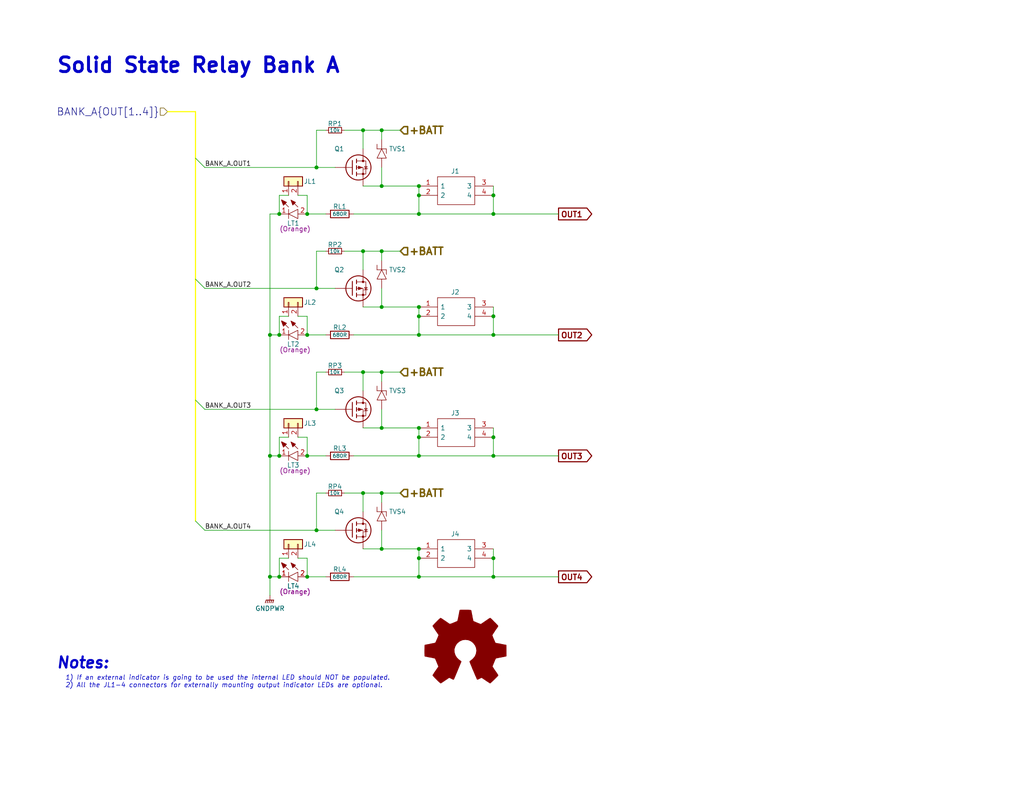
<source format=kicad_sch>
(kicad_sch (version 20230121) (generator eeschema)

  (uuid 1283650d-c009-4f80-a398-b0c3170592c4)

  (paper "USLetter")

  (title_block
    (title "Solid State Relay Bank A")
    (date "2023-02-17")
    (rev "0.0.12")
    (comment 2 "http://creativecommons.org/licenses/by-sa/4.0/")
    (comment 3 "License: CC By SA 4.0")
    (comment 4 "Author: Michael Cummings")
    (comment 5 "https://ohwr.org/project/cernohl/wikis/Documents/CERN-OHL-version-2")
    (comment 6 "Hardware License: CERN-OHL-W")
  )

  (lib_symbols
    (symbol "Device:R_Small" (pin_numbers hide) (pin_names (offset 0.254) hide) (in_bom yes) (on_board yes)
      (property "Reference" "R" (at 0.762 0.508 0)
        (effects (font (size 1.27 1.27)) (justify left))
      )
      (property "Value" "R_Small" (at 0.762 -1.016 0)
        (effects (font (size 1.27 1.27)) (justify left))
      )
      (property "Footprint" "" (at 0 0 0)
        (effects (font (size 1.27 1.27)) hide)
      )
      (property "Datasheet" "~" (at 0 0 0)
        (effects (font (size 1.27 1.27)) hide)
      )
      (property "ki_keywords" "R resistor" (at 0 0 0)
        (effects (font (size 1.27 1.27)) hide)
      )
      (property "ki_description" "Resistor, small symbol" (at 0 0 0)
        (effects (font (size 1.27 1.27)) hide)
      )
      (property "ki_fp_filters" "R_*" (at 0 0 0)
        (effects (font (size 1.27 1.27)) hide)
      )
      (symbol "R_Small_0_1"
        (rectangle (start -0.762 1.778) (end 0.762 -1.778)
          (stroke (width 0.2032) (type default))
          (fill (type none))
        )
      )
      (symbol "R_Small_1_1"
        (pin passive line (at 0 2.54 270) (length 0.762)
          (name "~" (effects (font (size 1.27 1.27))))
          (number "1" (effects (font (size 1.27 1.27))))
        )
        (pin passive line (at 0 -2.54 90) (length 0.762)
          (name "~" (effects (font (size 1.27 1.27))))
          (number "2" (effects (font (size 1.27 1.27))))
        )
      )
    )
    (symbol "Graphic:Logo_Open_Hardware_Large" (pin_names (offset 1.016)) (in_bom yes) (on_board yes)
      (property "Reference" "#LOGO" (at 0 12.7 0)
        (effects (font (size 1.27 1.27)) hide)
      )
      (property "Value" "Logo_Open_Hardware_Large" (at 0 -10.16 0)
        (effects (font (size 1.27 1.27)) hide)
      )
      (property "Footprint" "" (at 0 0 0)
        (effects (font (size 1.27 1.27)) hide)
      )
      (property "Datasheet" "~" (at 0 0 0)
        (effects (font (size 1.27 1.27)) hide)
      )
      (property "ki_keywords" "Logo" (at 0 0 0)
        (effects (font (size 1.27 1.27)) hide)
      )
      (property "ki_description" "Open Hardware logo, large" (at 0 0 0)
        (effects (font (size 1.27 1.27)) hide)
      )
      (symbol "Logo_Open_Hardware_Large_1_1"
        (polyline
          (pts
            (xy 6.731 -8.7122)
            (xy 6.6294 -8.6614)
            (xy 6.35 -8.4836)
            (xy 5.9944 -8.255)
            (xy 5.5372 -7.9502)
            (xy 5.1054 -7.6454)
            (xy 4.7498 -7.4168)
            (xy 4.4958 -7.239)
            (xy 4.3942 -7.1882)
            (xy 4.318 -7.2136)
            (xy 4.1148 -7.3152)
            (xy 3.81 -7.4676)
            (xy 3.6322 -7.5692)
            (xy 3.3528 -7.6708)
            (xy 3.2258 -7.6962)
            (xy 3.2004 -7.6708)
            (xy 3.0988 -7.4676)
            (xy 2.9464 -7.0866)
            (xy 2.7178 -6.604)
            (xy 2.4892 -6.0452)
            (xy 2.2352 -5.4356)
            (xy 1.9558 -4.826)
            (xy 1.7272 -4.2164)
            (xy 1.4986 -3.683)
            (xy 1.3208 -3.2512)
            (xy 1.2192 -2.9464)
            (xy 1.1684 -2.8194)
            (xy 1.1938 -2.794)
            (xy 1.3208 -2.667)
            (xy 1.5748 -2.4892)
            (xy 2.0828 -2.0574)
            (xy 2.6162 -1.397)
            (xy 2.921 -0.6604)
            (xy 3.048 0.1524)
            (xy 2.9464 0.9144)
            (xy 2.6416 1.6256)
            (xy 2.1336 2.286)
            (xy 1.524 2.7686)
            (xy 0.8128 3.0734)
            (xy 0 3.175)
            (xy -0.762 3.0988)
            (xy -1.4986 2.794)
            (xy -2.159 2.286)
            (xy -2.4384 1.9812)
            (xy -2.8194 1.3208)
            (xy -3.048 0.6096)
            (xy -3.0734 0.4318)
            (xy -3.0226 -0.3556)
            (xy -2.794 -1.0922)
            (xy -2.3876 -1.7526)
            (xy -1.8288 -2.3114)
            (xy -1.7526 -2.3622)
            (xy -1.4732 -2.5654)
            (xy -1.2954 -2.6924)
            (xy -1.1684 -2.8194)
            (xy -2.159 -5.207)
            (xy -2.3114 -5.588)
            (xy -2.5908 -6.2484)
            (xy -2.8194 -6.8072)
            (xy -3.0226 -7.2644)
            (xy -3.1496 -7.5692)
            (xy -3.2258 -7.6708)
            (xy -3.2258 -7.6962)
            (xy -3.302 -7.6962)
            (xy -3.4798 -7.6454)
            (xy -3.8354 -7.4676)
            (xy -4.0386 -7.366)
            (xy -4.2926 -7.239)
            (xy -4.4196 -7.1882)
            (xy -4.5212 -7.239)
            (xy -4.7498 -7.3914)
            (xy -5.1054 -7.6454)
            (xy -5.5372 -7.9248)
            (xy -5.9436 -8.2042)
            (xy -6.3246 -8.4582)
            (xy -6.604 -8.636)
            (xy -6.731 -8.7122)
            (xy -6.7564 -8.7122)
            (xy -6.858 -8.636)
            (xy -7.0866 -8.4582)
            (xy -7.4168 -8.1534)
            (xy -7.874 -7.6962)
            (xy -7.9502 -7.62)
            (xy -8.3312 -7.239)
            (xy -8.636 -6.9088)
            (xy -8.8392 -6.6802)
            (xy -8.9154 -6.5786)
            (xy -8.9154 -6.5786)
            (xy -8.8392 -6.4516)
            (xy -8.6614 -6.1722)
            (xy -8.4328 -5.7912)
            (xy -8.128 -5.3594)
            (xy -7.3152 -4.191)
            (xy -7.7724 -3.0988)
            (xy -7.8994 -2.7686)
            (xy -8.0772 -2.3622)
            (xy -8.2042 -2.0828)
            (xy -8.255 -1.9558)
            (xy -8.382 -1.905)
            (xy -8.6614 -1.8542)
            (xy -9.0932 -1.7526)
            (xy -9.6266 -1.651)
            (xy -10.1092 -1.5748)
            (xy -10.541 -1.4732)
            (xy -10.8712 -1.4224)
            (xy -11.0236 -1.397)
            (xy -11.049 -1.3716)
            (xy -11.0744 -1.2954)
            (xy -11.0998 -1.143)
            (xy -11.0998 -0.889)
            (xy -11.1252 -0.4572)
            (xy -11.1252 0.1524)
            (xy -11.1252 0.2286)
            (xy -11.0998 0.8128)
            (xy -11.0998 1.27)
            (xy -11.0744 1.5494)
            (xy -11.0744 1.6764)
            (xy -11.0744 1.6764)
            (xy -10.922 1.7018)
            (xy -10.6172 1.778)
            (xy -10.16 1.8542)
            (xy -9.652 1.9558)
            (xy -9.6012 1.9812)
            (xy -9.0932 2.0828)
            (xy -8.636 2.159)
            (xy -8.3312 2.2352)
            (xy -8.2042 2.286)
            (xy -8.1788 2.3114)
            (xy -8.0772 2.5146)
            (xy -7.9248 2.8448)
            (xy -7.747 3.2512)
            (xy -7.5692 3.6576)
            (xy -7.4168 4.0386)
            (xy -7.3152 4.318)
            (xy -7.2898 4.445)
            (xy -7.2898 4.445)
            (xy -7.366 4.572)
            (xy -7.5438 4.826)
            (xy -7.7978 5.207)
            (xy -8.128 5.6642)
            (xy -8.128 5.6896)
            (xy -8.4328 6.1468)
            (xy -8.6868 6.5278)
            (xy -8.8392 6.7818)
            (xy -8.9154 6.9088)
            (xy -8.9154 6.9088)
            (xy -8.8138 7.0358)
            (xy -8.5852 7.2898)
            (xy -8.255 7.6454)
            (xy -7.874 8.0264)
            (xy -7.747 8.1534)
            (xy -7.3152 8.5852)
            (xy -7.0104 8.8646)
            (xy -6.8326 8.9916)
            (xy -6.731 9.0424)
            (xy -6.731 9.0424)
            (xy -6.604 8.9408)
            (xy -6.3246 8.763)
            (xy -5.9436 8.509)
            (xy -5.4864 8.2042)
            (xy -5.461 8.1788)
            (xy -5.0038 7.874)
            (xy -4.6482 7.62)
            (xy -4.3688 7.4422)
            (xy -4.2672 7.3914)
            (xy -4.2418 7.3914)
            (xy -4.064 7.4422)
            (xy -3.7338 7.5438)
            (xy -3.3528 7.6962)
            (xy -2.9464 7.874)
            (xy -2.5654 8.0264)
            (xy -2.286 8.1534)
            (xy -2.159 8.2296)
            (xy -2.159 8.2296)
            (xy -2.1082 8.382)
            (xy -2.032 8.7122)
            (xy -1.9304 9.1694)
            (xy -1.8288 9.7282)
            (xy -1.8034 9.8044)
            (xy -1.7018 10.3378)
            (xy -1.6256 10.7696)
            (xy -1.5748 11.0744)
            (xy -1.524 11.2014)
            (xy -1.4478 11.2268)
            (xy -1.1938 11.2522)
            (xy -0.8128 11.2522)
            (xy -0.3302 11.2522)
            (xy 0.1524 11.2522)
            (xy 0.6604 11.2522)
            (xy 1.0668 11.2268)
            (xy 1.3716 11.2014)
            (xy 1.4986 11.176)
            (xy 1.4986 11.176)
            (xy 1.5494 11.0236)
            (xy 1.6256 10.6934)
            (xy 1.7018 10.2108)
            (xy 1.8288 9.6774)
            (xy 1.8288 9.5758)
            (xy 1.9304 9.0424)
            (xy 2.032 8.6106)
            (xy 2.0828 8.3058)
            (xy 2.1336 8.2042)
            (xy 2.159 8.1788)
            (xy 2.3876 8.0772)
            (xy 2.7432 7.9248)
            (xy 3.175 7.747)
            (xy 4.191 7.3406)
            (xy 5.461 8.2042)
            (xy 5.5626 8.2804)
            (xy 6.0198 8.5852)
            (xy 6.3754 8.8392)
            (xy 6.6294 8.9916)
            (xy 6.7564 9.0424)
            (xy 6.7564 9.0424)
            (xy 6.8834 8.9408)
            (xy 7.1374 8.7122)
            (xy 7.4676 8.382)
            (xy 7.8486 7.9756)
            (xy 8.1534 7.6962)
            (xy 8.4836 7.3406)
            (xy 8.7122 7.112)
            (xy 8.8392 6.9596)
            (xy 8.8646 6.858)
            (xy 8.8646 6.8072)
            (xy 8.7884 6.6802)
            (xy 8.6106 6.4008)
            (xy 8.3312 6.0198)
            (xy 8.0264 5.588)
            (xy 7.7978 5.207)
            (xy 7.5184 4.8006)
            (xy 7.3406 4.4958)
            (xy 7.2898 4.3434)
            (xy 7.2898 4.2926)
            (xy 7.3914 4.0386)
            (xy 7.5184 3.683)
            (xy 7.7216 3.2258)
            (xy 8.1534 2.2352)
            (xy 8.7884 2.1082)
            (xy 9.1948 2.0574)
            (xy 9.7536 1.9304)
            (xy 10.2616 1.8288)
            (xy 11.0998 1.6764)
            (xy 11.1252 -1.3208)
            (xy 10.9982 -1.3716)
            (xy 10.8712 -1.397)
            (xy 10.5664 -1.4732)
            (xy 10.1346 -1.5494)
            (xy 9.6266 -1.651)
            (xy 9.1948 -1.7272)
            (xy 8.7376 -1.8288)
            (xy 8.4328 -1.8796)
            (xy 8.2804 -1.905)
            (xy 8.255 -1.9558)
            (xy 8.1534 -2.159)
            (xy 7.9756 -2.5146)
            (xy 7.8232 -2.921)
            (xy 7.6454 -3.3274)
            (xy 7.493 -3.7338)
            (xy 7.366 -4.0132)
            (xy 7.3406 -4.191)
            (xy 7.3914 -4.2926)
            (xy 7.5692 -4.5466)
            (xy 7.7978 -4.9276)
            (xy 8.1026 -5.3594)
            (xy 8.4074 -5.7912)
            (xy 8.6614 -6.1722)
            (xy 8.8138 -6.4262)
            (xy 8.89 -6.5532)
            (xy 8.8646 -6.6548)
            (xy 8.6868 -6.858)
            (xy 8.3566 -7.1882)
            (xy 7.874 -7.6708)
            (xy 7.7978 -7.747)
            (xy 7.3914 -8.128)
            (xy 7.0612 -8.4328)
            (xy 6.8326 -8.636)
            (xy 6.731 -8.7122)
          )
          (stroke (width 0) (type default))
          (fill (type outline))
        )
      )
    )
    (symbol "dragon_mobile:1190297" (pin_names (offset 0.762)) (in_bom yes) (on_board yes)
      (property "Reference" "J" (at 5.08 6.35 0)
        (effects (font (size 1.27 1.27)) (justify left))
      )
      (property "Value" "1190297" (at 5.08 3.81 0)
        (effects (font (size 1.27 1.27)) (justify left))
      )
      (property "Footprint" "dragon_mobile:1190297" (at 16.51 -6.35 0)
        (effects (font (size 1.27 1.27)) (justify left) hide)
      )
      (property "Datasheet" "https://www.phoenixcontact.com/online/portal/ae?uri=pxc-oc-itemdetail:pid=1190297&library=aeen&tab=1" (at 16.51 -8.89 0)
        (effects (font (size 1.27 1.27)) (justify left) hide)
      )
      (property "Description" "2 Position Wire to Board Terminal Block Horizontal with Board 0.197\" (5.00mm) Through Hole" (at 16.51 -11.43 0)
        (effects (font (size 1.27 1.27)) (justify left) hide)
      )
      (property "Height (mm)" "16.64" (at 16.51 -13.97 0)
        (effects (font (size 1.27 1.27)) (justify left) hide)
      )
      (property "MFN" "Phoenix Contact" (at 16.51 -16.51 0)
        (effects (font (size 1.27 1.27)) (justify left) hide)
      )
      (property "MFP" "1190297" (at 16.51 -19.05 0)
        (effects (font (size 1.27 1.27)) (justify left) hide)
      )
      (property "Mouser Part Number" "651-1190297" (at 16.51 -21.59 0)
        (effects (font (size 1.27 1.27)) (justify left) hide)
      )
      (property "Mouser Price/Stock" "https://www.mouser.com/ProductDetail/Phoenix-Contact/1190297?qs=QNEnbhJQKvaBinyAO%252BdsFA%3D%3D" (at 16.51 -24.13 0)
        (effects (font (size 1.27 1.27)) (justify left) hide)
      )
      (property "Package" "Other" (at 16.764 -26.162 0)
        (effects (font (size 1.27 1.27)) (justify left) hide)
      )
      (property "Type" "THT" (at 16.764 -28.194 0)
        (effects (font (size 1.27 1.27)) (justify left) hide)
      )
      (property "Characteristics" "2 Position Wire to Board Terminal Block Horizontal with Board 0.197\" (5.00mm) Through Hole" (at 16.764 -30.226 0)
        (effects (font (size 1.27 1.27)) (justify left) hide)
      )
      (property "ki_description" "2 Position Wire to Board Terminal Block Horizontal with Board 0.197\" (5.00mm) Through Hole" (at 0 0 0)
        (effects (font (size 1.27 1.27)) hide)
      )
      (symbol "1190297_0_0"
        (pin passive line (at 0 0 0) (length 5.08)
          (name "1" (effects (font (size 1.27 1.27))))
          (number "1" (effects (font (size 1.27 1.27))))
        )
        (pin passive line (at 0 -2.54 0) (length 5.08)
          (name "2" (effects (font (size 1.27 1.27))))
          (number "2" (effects (font (size 1.27 1.27))))
        )
        (pin passive line (at 20.32 0 180) (length 5.08)
          (name "3" (effects (font (size 1.27 1.27))))
          (number "3" (effects (font (size 1.27 1.27))))
        )
        (pin passive line (at 20.32 -2.54 180) (length 5.08)
          (name "4" (effects (font (size 1.27 1.27))))
          (number "4" (effects (font (size 1.27 1.27))))
        )
      )
      (symbol "1190297_0_1"
        (polyline
          (pts
            (xy 5.08 2.54)
            (xy 15.24 2.54)
            (xy 15.24 -5.08)
            (xy 5.08 -5.08)
            (xy 5.08 2.54)
          )
          (stroke (width 0.1524) (type default))
          (fill (type none))
        )
      )
    )
    (symbol "dragon_mobile:680R" (pin_numbers hide) (pin_names (offset 0.762) hide) (in_bom yes) (on_board yes)
      (property "Reference" "R" (at 1.524 1.27 0)
        (effects (font (size 1.27 1.27)) (justify left))
      )
      (property "Value" "680R" (at 0 -2.286 90)
        (effects (font (size 1.27 1.27)) (justify left))
      )
      (property "Footprint" "Resistor_SMD:R_0805_2012Metric" (at -0.254 -13.462 0)
        (effects (font (size 1.27 1.27)) (justify left) hide)
      )
      (property "Datasheet" "https://www.mouser.com/datasheet/2/348/sdr_e-3009658.pdf" (at -0.254 -16.002 0)
        (effects (font (size 1.27 1.27)) (justify left) hide)
      )
      (property "Description" "Thick Film Resistors 680Ohms, 5%, 500mW, Anti-Surge, SMD 0805" (at -0.254 -18.542 0)
        (effects (font (size 1.27 1.27)) (justify left) hide)
      )
      (property "Height (mm)" "0.55" (at -0.254 -26.162 0)
        (effects (font (size 1.27 1.27)) (justify left) hide)
      )
      (property "MFN" "ROHM Semiconductor" (at -0.254 -28.702 0)
        (effects (font (size 1.27 1.27)) (justify left) hide)
      )
      (property "MFP" "SDR10EZPJ681" (at -0.254 -31.242 0)
        (effects (font (size 1.27 1.27)) (justify left) hide)
      )
      (property "Mouser Part Number" "755-SDR10EZPJ681" (at -0.254 -21.082 0)
        (effects (font (size 1.27 1.27)) (justify left) hide)
      )
      (property "Mouser Price/Stock" "https://www.mouser.com/ProductDetail/ROHM-Semiconductor/SDR10EZPJ681?qs=MyNHzdoqoQLanw95owtKRg%3D%3D" (at -0.254 -23.622 0)
        (effects (font (size 1.27 1.27)) (justify left) hide)
      )
      (property "Characteristics" "Thick Film Resistors 680Ohms, 5%, 500mW, Anti-Surge, SMD 0805" (at 0 -33.274 0)
        (effects (font (size 1.27 1.27)) (justify left) hide)
      )
      (property "ki_keywords" "Thick Film Resistors SMD" (at 0 0 0)
        (effects (font (size 1.27 1.27)) hide)
      )
      (property "ki_description" "Thick Film Resistors - SMD, 600V overload voltage" (at 0 0 0)
        (effects (font (size 1.27 1.27)) hide)
      )
      (symbol "680R_0_1"
        (rectangle (start -1.016 -2.54) (end 1.016 2.54)
          (stroke (width 0.254) (type default))
          (fill (type none))
        )
      )
      (symbol "680R_1_1"
        (pin passive line (at 0 3.81 270) (length 1.27)
          (name "~" (effects (font (size 1.27 1.27))))
          (number "1" (effects (font (size 1.27 1.27))))
        )
        (pin passive line (at 0 -3.81 90) (length 1.27)
          (name "~" (effects (font (size 1.27 1.27))))
          (number "2" (effects (font (size 1.27 1.27))))
        )
      )
    )
    (symbol "dragon_mobile:Conn_01x02" (pin_names (offset 1.016) hide) (in_bom yes) (on_board yes)
      (property "Reference" "JP2" (at 0 2.54 0)
        (effects (font (size 1 1)))
      )
      (property "Value" "Conn_01x02" (at 0 -5.08 0)
        (effects (font (size 1 1)) hide)
      )
      (property "Footprint" "dragon_mobile:PinHeader_1x02_P1.00mm_Vertical" (at 0 -11.43 0)
        (effects (font (size 1 1)) (justify left) hide)
      )
      (property "Datasheet" "~" (at 0 -13.335 0)
        (effects (font (size 1 1)) (justify left) hide)
      )
      (property "Description" "Pin Header; 1mm 1x2 Vertical" (at 0 -15.24 0)
        (effects (font (size 1 1)) (justify left) hide)
      )
      (property "Package" "Other" (at 0 -17.145 0)
        (effects (font (size 1 1)) (justify left) hide)
      )
      (property "Type" "THT" (at 0 -19.05 0)
        (effects (font (size 1 1)) (justify left) hide)
      )
      (property "ki_keywords" "connector" (at 0 0 0)
        (effects (font (size 1.27 1.27)) hide)
      )
      (property "ki_description" "Generic connector, single row, 01x02, script generated (kicad-library-utils/schlib/autogen/connector/)" (at 0 0 0)
        (effects (font (size 1.27 1.27)) hide)
      )
      (property "ki_fp_filters" "Connector*:*_1x??_*" (at 0 0 0)
        (effects (font (size 1.27 1.27)) hide)
      )
      (symbol "Conn_01x02_1_1"
        (rectangle (start -1.27 -2.413) (end 0 -2.667)
          (stroke (width 0.1524) (type default))
          (fill (type none))
        )
        (rectangle (start -1.27 0.127) (end 0 -0.127)
          (stroke (width 0.1524) (type default))
          (fill (type none))
        )
        (rectangle (start -1.27 1.27) (end 1.27 -3.81)
          (stroke (width 0.254) (type default))
          (fill (type background))
        )
        (pin passive line (at -3.81 0 0) (length 2.54)
          (name "Pin_1" (effects (font (size 1.27 1.27))))
          (number "1" (effects (font (size 1.27 1.27))))
        )
        (pin passive line (at -3.81 -2.54 0) (length 2.54)
          (name "Pin_2" (effects (font (size 1.27 1.27))))
          (number "2" (effects (font (size 1.27 1.27))))
        )
      )
    )
    (symbol "dragon_mobile:IRF4905PBF" (pin_numbers hide) (pin_names (offset 0.762) hide) (in_bom yes) (on_board yes)
      (property "Reference" "Q" (at 0 -1.905 0)
        (effects (font (size 1.27 1.27)))
      )
      (property "Value" "IRF4905PBF" (at 16.002 -0.254 0)
        (effects (font (size 1.27 1.27)))
      )
      (property "Footprint" "dragon_mobile:IRF4905PBF" (at 0 -17.526 0)
        (effects (font (size 1.27 1.27)) (justify left) hide)
      )
      (property "Datasheet" "https://datasheet.datasheetarchive.com/originals/distributors/Datasheets_SAMA/e52aa5f51fe2980ce3912b85b4d53dd4.pdf" (at 0 -20.066 0)
        (effects (font (size 1.27 1.27)) (justify left) hide)
      )
      (property "Description" "P-channel MOSFET,IRF4905 64A 55V" (at 0 -22.606 0)
        (effects (font (size 1.27 1.27)) (justify left) hide)
      )
      (property "MFN" "Infineon" (at 0 -32.766 0)
        (effects (font (size 1.27 1.27)) (justify left) hide)
      )
      (property "MFP" "IRF4905PBF" (at 0 -35.306 0)
        (effects (font (size 1.27 1.27)) (justify left) hide)
      )
      (property "Height (mm)" "4.69" (at 0 -25.146 0)
        (effects (font (size 1.27 1.27)) (justify left) hide)
      )
      (property "Mouser Part Number" "942-IRF4905PBF" (at 0 -27.686 0)
        (effects (font (size 1.27 1.27)) (justify left) hide)
      )
      (property "Mouser Price/Stock" "https://www.mouser.com/ProductDetail/Infineon-IR/IRF4905PBF?qs=9%252BKlkBgLFf39l0HsWdxvdw%3D%3D" (at 0 -30.226 0)
        (effects (font (size 1.27 1.27)) (justify left) hide)
      )
      (property "ki_keywords" "fet mosfet transistor" (at 0 0 0)
        (effects (font (size 1.27 1.27)) hide)
      )
      (property "ki_description" "P-channel MOSFET,IRF4905 64A 55V" (at 0 0 0)
        (effects (font (size 1.27 1.27)) hide)
      )
      (symbol "IRF4905PBF_0_1"
        (polyline
          (pts
            (xy 4.699 0)
            (xy 2.54 0)
          )
          (stroke (width 0) (type default))
          (fill (type none))
        )
        (polyline
          (pts
            (xy 4.699 1.905)
            (xy 4.699 -1.905)
          )
          (stroke (width 0.254) (type default))
          (fill (type none))
        )
        (polyline
          (pts
            (xy 5.842 -1.27)
            (xy 5.842 -2.286)
          )
          (stroke (width 0.254) (type default))
          (fill (type none))
        )
        (polyline
          (pts
            (xy 5.842 0.508)
            (xy 5.842 -0.508)
          )
          (stroke (width 0.254) (type default))
          (fill (type none))
        )
        (polyline
          (pts
            (xy 5.842 2.286)
            (xy 5.842 1.27)
          )
          (stroke (width 0.254) (type default))
          (fill (type none))
        )
        (polyline
          (pts
            (xy 7.62 2.54)
            (xy 7.62 1.778)
          )
          (stroke (width 0) (type default))
          (fill (type none))
        )
        (polyline
          (pts
            (xy 7.62 -2.54)
            (xy 7.62 0)
            (xy 5.842 0)
          )
          (stroke (width 0) (type default))
          (fill (type none))
        )
        (polyline
          (pts
            (xy 5.842 1.778)
            (xy 8.382 1.778)
            (xy 8.382 -1.778)
            (xy 5.842 -1.778)
          )
          (stroke (width 0) (type default))
          (fill (type none))
        )
        (polyline
          (pts
            (xy 7.366 0)
            (xy 6.35 0.381)
            (xy 6.35 -0.381)
            (xy 7.366 0)
          )
          (stroke (width 0) (type default))
          (fill (type outline))
        )
        (polyline
          (pts
            (xy 7.874 -0.508)
            (xy 8.001 -0.381)
            (xy 8.763 -0.381)
            (xy 8.89 -0.254)
          )
          (stroke (width 0) (type default))
          (fill (type none))
        )
        (polyline
          (pts
            (xy 8.382 -0.381)
            (xy 8.001 0.254)
            (xy 8.763 0.254)
            (xy 8.382 -0.381)
          )
          (stroke (width 0) (type default))
          (fill (type none))
        )
        (circle (center 6.35 0) (radius 3.429)
          (stroke (width 0.254) (type default))
          (fill (type none))
        )
        (circle (center 7.62 -1.778) (radius 0.254)
          (stroke (width 0) (type default))
          (fill (type outline))
        )
        (circle (center 7.62 1.778) (radius 0.254)
          (stroke (width 0) (type default))
          (fill (type outline))
        )
      )
      (symbol "IRF4905PBF_1_1"
        (pin input line (at 0 0 0) (length 2.54)
          (name "" (effects (font (size 1.27 1.27))))
          (number "1" (effects (font (size 1.27 1.27))))
        )
        (pin passive line (at 7.62 5.08 270) (length 2.54)
          (name "" (effects (font (size 1.27 1.27))))
          (number "2" (effects (font (size 1.27 1.27))))
        )
        (pin passive line (at 7.62 -5.08 90) (length 2.54)
          (name "" (effects (font (size 1.27 1.27))))
          (number "3" (effects (font (size 1.27 1.27))))
        )
      )
    )
    (symbol "dragon_mobile:LTST-C190KFKT" (pin_names (offset 0.762)) (in_bom yes) (on_board yes)
      (property "Reference" "LED1" (at 2.54 5.715 0)
        (effects (font (size 1 1)))
      )
      (property "Value" "LTST-C190KFKT" (at 5.715 -2.54 0)
        (effects (font (size 1 1)) hide)
      )
      (property "Footprint" "dragon_mobile:LEDC1607X80N" (at 0 -7.62 0)
        (effects (font (size 1 1)) (justify left) hide)
      )
      (property "Datasheet" "https://optoelectronics.liteon.com/upload/download/DS-22-99-0186/LTST-C190KFKT.PDF" (at 0 -9.525 0)
        (effects (font (size 1 1)) (justify left) hide)
      )
      (property "Description" "Orange LED (605 nm); Rectangle Lens; Top Viewing; 1608 (0603) SMD Package" (at 0 -11.43 0)
        (effects (font (size 1 1)) (justify left) hide)
      )
      (property "MFN" "Lite-On" (at 0 -13.335 0)
        (effects (font (size 1 1)) (justify left) hide)
      )
      (property "MFP" "LTST-C190KFKT" (at 0 -15.24 0)
        (effects (font (size 1 1)) (justify left) hide)
      )
      (property "Package" "0603" (at 0 -17.145 0)
        (effects (font (size 1 1)) (justify left) hide)
      )
      (property "Type" "SMD" (at 0 -19.05 0)
        (effects (font (size 1 1)) (justify left) hide)
      )
      (property "Your Instructions/Notes" "~" (at 0 -20.955 0)
        (effects (font (size 1 1)) (justify left) hide)
      )
      (property "Height (mm)" "0.80" (at 0 -22.86 0)
        (effects (font (size 1 1)) (justify left) hide)
      )
      (property "Characteristics" "Orange LED (605 nm); Rectangle Lens; Top Viewing; 1608 (0603) SMD Package" (at 0 -24.765 0)
        (effects (font (size 1 1)) (justify left) hide)
      )
      (property "Mouser Part Number" "859-LTST-C190KFKT" (at 0 -26.67 0)
        (effects (font (size 1 1)) (justify left) hide)
      )
      (property "Mouser Price/Stock" "https://www.mouser.com/ProductDetail/Lite-On/LTST-C190KFKT?qs=6QHXI9jVcTyVErVIqD1vhg%3D%3D" (at 0 -28.575 0)
        (effects (font (size 1 1)) (justify left) hide)
      )
      (property "Color" "(Orange)" (at 4.318 -4.064 0)
        (effects (font (size 1.27 1.27)))
      )
      (property "ki_description" "LED,SMD,0603,Orange,60mcd,130deg Lite-On LTST-C190KFKT Orange LED, 605 nm, 1608 (0603), Rectangle Lens SMD Package" (at 0 0 0)
        (effects (font (size 1.27 1.27)) hide)
      )
      (symbol "LTST-C190KFKT_0_0"
        (pin passive line (at 0 0 0) (length 2.54)
          (name "~" (effects (font (size 1.27 1.27))))
          (number "1" (effects (font (size 1.27 1.27))))
        )
        (pin passive line (at 7.62 0 180) (length 2.54)
          (name "~" (effects (font (size 1.27 1.27))))
          (number "2" (effects (font (size 1.27 1.27))))
        )
      )
      (symbol "LTST-C190KFKT_0_1"
        (polyline
          (pts
            (xy 2.54 1.27)
            (xy 2.54 -1.27)
          )
          (stroke (width 0) (type default))
          (fill (type none))
        )
        (polyline
          (pts
            (xy 2.54 1.905)
            (xy 1.27 3.175)
          )
          (stroke (width 0.1524) (type default))
          (fill (type none))
        )
        (polyline
          (pts
            (xy 5.08 1.905)
            (xy 3.81 3.175)
          )
          (stroke (width 0) (type default))
          (fill (type none))
        )
        (polyline
          (pts
            (xy 1.905 3.175)
            (xy 1.143 2.413)
            (xy 0.635 3.81)
            (xy 1.905 3.175)
          )
          (stroke (width 0.254) (type default))
          (fill (type outline))
        )
        (polyline
          (pts
            (xy 2.54 0)
            (xy 5.08 1.27)
            (xy 5.08 -1.27)
            (xy 2.54 0)
          )
          (stroke (width 0) (type default))
          (fill (type none))
        )
        (polyline
          (pts
            (xy 4.445 3.175)
            (xy 3.683 2.413)
            (xy 3.175 3.81)
            (xy 4.445 3.175)
          )
          (stroke (width 0) (type default))
          (fill (type outline))
        )
      )
    )
    (symbol "dragon_mobile:SM6T18AY" (pin_numbers hide) (pin_names (offset 0.762) hide) (in_bom yes) (on_board yes)
      (property "Reference" "D" (at 0 5.08 0)
        (effects (font (size 1.27 1.27)) (justify left))
      )
      (property "Value" "15.3V" (at 0 2.54 0)
        (effects (font (size 1.27 1.27)) (justify left) hide)
      )
      (property "Footprint" "dragon_mobile:SM6T18AY" (at 0 -6.35 0)
        (effects (font (size 1.27 1.27)) (justify left) hide)
      )
      (property "Datasheet" "https://www.mouser.com/datasheet/2/389/sm6t10ay-2956119.pdf" (at 0 -8.89 0)
        (effects (font (size 1.27 1.27)) (justify left) hide)
      )
      (property "Description" "Uni-Directional TVS Diode, 15.3V Working, 17.1V breakdown, 600W peak, SMD 2-Pin DO-214AA (SMB), AEC-Q100" (at 0 -11.43 0)
        (effects (font (size 1.27 1.27)) (justify left) hide)
      )
      (property "MFN" "STMicroelectronics" (at 0 -13.97 0)
        (effects (font (size 1.27 1.27)) (justify left) hide)
      )
      (property "MFP" "SM6T18AY" (at 0 -16.51 0)
        (effects (font (size 1.27 1.27)) (justify left) hide)
      )
      (property "Package" "DO-214AA" (at 0 -19.05 0)
        (effects (font (size 1.27 1.27)) (justify left) hide)
      )
      (property "Type" "SMD" (at 0 -21.59 0)
        (effects (font (size 1.27 1.27)) (justify left) hide)
      )
      (property "Characteristics" "Uni-Directional TVS Diode, 15.3V Working, 17.1V breakdown, 600W peak, SMD 2-Pin DO-214AA (SMB), AEC-Q100" (at 0 -26.035 0)
        (effects (font (size 1.27 1.27)) (justify left) hide)
      )
      (property "Your Instructions/Notes" "~" (at 0 -23.495 0)
        (effects (font (size 1.27 1.27)) (justify left) hide)
      )
      (property "Height (mm)" "2.65" (at 0 -28.575 0)
        (effects (font (size 1.27 1.27)) (justify left) hide)
      )
      (property "Mouser Part Number" "511-SM6T18AY" (at 0 -31.115 0)
        (effects (font (size 1.27 1.27)) (justify left) hide)
      )
      (property "Mouser Price/Stock" "https://www.mouser.com/ProductDetail/STMicroelectronics/SM6T18AY?qs=94V4QatVK%252BcDIsO0p2IEXQ%3D%3D" (at 0 -33.655 0)
        (effects (font (size 1.27 1.27)) (justify left) hide)
      )
      (property "ki_keywords" "TVS Diode EMS Suppression Unidirectional" (at 0 0 0)
        (effects (font (size 1.27 1.27)) hide)
      )
      (property "ki_description" "Uni-Directional TVS Diode, 15.3V Working, 17.1V breakdown, 600W peak, SMD 2-Pin DO-214AA (SMB), AEC-Q100" (at 0 0 0)
        (effects (font (size 1.27 1.27)) hide)
      )
      (symbol "SM6T18AY_0_0"
        (pin passive line (at 0 0 0) (length 2.54)
          (name "~" (effects (font (size 1.27 1.27))))
          (number "1" (effects (font (size 1.27 1.27))))
        )
        (pin passive line (at 7.62 0 180) (length 2.54)
          (name "~" (effects (font (size 1.27 1.27))))
          (number "2" (effects (font (size 1.27 1.27))))
        )
      )
      (symbol "SM6T18AY_0_1"
        (polyline
          (pts
            (xy 2.54 -1.27)
            (xy 1.27 -1.27)
          )
          (stroke (width 0) (type default))
          (fill (type none))
        )
        (polyline
          (pts
            (xy 2.54 1.27)
            (xy 2.54 -1.27)
          )
          (stroke (width 0) (type default))
          (fill (type none))
        )
        (polyline
          (pts
            (xy 2.54 1.27)
            (xy 3.81 1.27)
          )
          (stroke (width 0) (type default))
          (fill (type none))
        )
        (polyline
          (pts
            (xy 2.54 0)
            (xy 5.08 1.27)
            (xy 5.08 -1.27)
            (xy 2.54 0)
          )
          (stroke (width 0) (type default))
          (fill (type none))
        )
      )
    )
    (symbol "power:GNDPWR" (power) (pin_names (offset 0)) (in_bom yes) (on_board yes)
      (property "Reference" "#PWR" (at 0 -5.08 0)
        (effects (font (size 1.27 1.27)) hide)
      )
      (property "Value" "GNDPWR" (at 0 -3.302 0)
        (effects (font (size 1.27 1.27)))
      )
      (property "Footprint" "" (at 0 -1.27 0)
        (effects (font (size 1.27 1.27)) hide)
      )
      (property "Datasheet" "" (at 0 -1.27 0)
        (effects (font (size 1.27 1.27)) hide)
      )
      (property "ki_keywords" "power-flag" (at 0 0 0)
        (effects (font (size 1.27 1.27)) hide)
      )
      (property "ki_description" "Power symbol creates a global label with name \"GNDPWR\" , power ground" (at 0 0 0)
        (effects (font (size 1.27 1.27)) hide)
      )
      (symbol "GNDPWR_0_1"
        (polyline
          (pts
            (xy 0 -1.27)
            (xy 0 0)
          )
          (stroke (width 0) (type default))
          (fill (type none))
        )
        (polyline
          (pts
            (xy -1.016 -1.27)
            (xy -1.27 -2.032)
            (xy -1.27 -2.032)
          )
          (stroke (width 0.2032) (type default))
          (fill (type none))
        )
        (polyline
          (pts
            (xy -0.508 -1.27)
            (xy -0.762 -2.032)
            (xy -0.762 -2.032)
          )
          (stroke (width 0.2032) (type default))
          (fill (type none))
        )
        (polyline
          (pts
            (xy 0 -1.27)
            (xy -0.254 -2.032)
            (xy -0.254 -2.032)
          )
          (stroke (width 0.2032) (type default))
          (fill (type none))
        )
        (polyline
          (pts
            (xy 0.508 -1.27)
            (xy 0.254 -2.032)
            (xy 0.254 -2.032)
          )
          (stroke (width 0.2032) (type default))
          (fill (type none))
        )
        (polyline
          (pts
            (xy 1.016 -1.27)
            (xy -1.016 -1.27)
            (xy -1.016 -1.27)
          )
          (stroke (width 0.2032) (type default))
          (fill (type none))
        )
        (polyline
          (pts
            (xy 1.016 -1.27)
            (xy 0.762 -2.032)
            (xy 0.762 -2.032)
            (xy 0.762 -2.032)
          )
          (stroke (width 0.2032) (type default))
          (fill (type none))
        )
      )
      (symbol "GNDPWR_1_1"
        (pin power_in line (at 0 0 270) (length 0) hide
          (name "GNDPWR" (effects (font (size 1.27 1.27))))
          (number "1" (effects (font (size 1.27 1.27))))
        )
      )
    )
  )

  (junction (at 99.06 134.62) (diameter 0) (color 0 0 0 0)
    (uuid 00c821a7-a6e5-4259-93fd-3da53a71fc95)
  )
  (junction (at 114.3 149.86) (diameter 0) (color 0 0 0 0)
    (uuid 09bf9421-1f69-4e66-a869-e331283f7783)
  )
  (junction (at 114.3 124.46) (diameter 0) (color 0 0 0 0)
    (uuid 0d84e922-3405-441c-b821-07955d80a294)
  )
  (junction (at 134.62 53.34) (diameter 0) (color 0 0 0 0)
    (uuid 17847784-bbbb-446e-8480-c7cbc20d6248)
  )
  (junction (at 76.2 124.46) (diameter 0) (color 0 0 0 0)
    (uuid 211ce30d-f2aa-4e52-b720-1fee648b69c7)
  )
  (junction (at 76.2 157.48) (diameter 0) (color 0 0 0 0)
    (uuid 219d1a96-37c8-450a-86fd-d7fdb329003b)
  )
  (junction (at 99.06 68.58) (diameter 0) (color 0 0 0 0)
    (uuid 25653582-5da5-45e0-9000-faf914b0ad59)
  )
  (junction (at 83.82 58.42) (diameter 0) (color 0 0 0 0)
    (uuid 2ce164e1-27f9-4db1-9f03-328c6b10cb5b)
  )
  (junction (at 86.36 111.76) (diameter 0) (color 0 0 0 0)
    (uuid 2cf39500-c26e-4476-800c-cd5f5009d841)
  )
  (junction (at 73.66 124.46) (diameter 0) (color 0 0 0 0)
    (uuid 398c2799-b7df-4620-ae0b-1301030f828f)
  )
  (junction (at 134.62 152.4) (diameter 0) (color 0 0 0 0)
    (uuid 3d7483ae-7c30-48ea-8551-5b6ee00dd671)
  )
  (junction (at 114.3 152.4) (diameter 0) (color 0 0 0 0)
    (uuid 3fb1fbcf-31a5-4ea2-8ef0-34e169eb6482)
  )
  (junction (at 76.2 91.44) (diameter 0) (color 0 0 0 0)
    (uuid 40e1956b-fdf2-466a-85e6-839248f01fee)
  )
  (junction (at 104.14 68.58) (diameter 0) (color 0 0 0 0)
    (uuid 49cc6331-9c0f-4e61-9076-43f502ebe7f3)
  )
  (junction (at 114.3 83.82) (diameter 0) (color 0 0 0 0)
    (uuid 54c65606-5d94-4dcc-8d34-9097d088147b)
  )
  (junction (at 76.2 58.42) (diameter 0) (color 0 0 0 0)
    (uuid 59aad3a5-0485-4fde-8571-b6e3e73073c2)
  )
  (junction (at 114.3 91.44) (diameter 0) (color 0 0 0 0)
    (uuid 5e74a834-c6c6-480f-b4aa-705bcc3911f3)
  )
  (junction (at 114.3 157.48) (diameter 0) (color 0 0 0 0)
    (uuid 5ec26dcd-b8c0-48c2-838d-576caad791c6)
  )
  (junction (at 104.14 50.8) (diameter 0) (color 0 0 0 0)
    (uuid 6719ddb9-6bcc-440b-b343-1e9564db8667)
  )
  (junction (at 104.14 35.56) (diameter 0) (color 0 0 0 0)
    (uuid 68442798-71e9-4aef-aa19-fbf8008711c9)
  )
  (junction (at 114.3 50.8) (diameter 0) (color 0 0 0 0)
    (uuid 74147730-8505-4e4c-9f17-24c56c0b19a4)
  )
  (junction (at 134.62 91.44) (diameter 0) (color 0 0 0 0)
    (uuid 7949f6d6-ed04-4fec-92c4-e8e584c8f5b8)
  )
  (junction (at 134.62 86.36) (diameter 0) (color 0 0 0 0)
    (uuid 7b720873-8fbe-4ed3-870a-87c71cc01bc8)
  )
  (junction (at 104.14 116.84) (diameter 0) (color 0 0 0 0)
    (uuid 7ec38316-b68e-4210-866d-ba1c50cda85a)
  )
  (junction (at 86.36 78.74) (diameter 0) (color 0 0 0 0)
    (uuid 8123bd2e-2b20-40fd-8732-8464fd0e4842)
  )
  (junction (at 99.06 101.6) (diameter 0) (color 0 0 0 0)
    (uuid 869ff594-3409-46a3-800b-79a8ffd45c39)
  )
  (junction (at 114.3 58.42) (diameter 0) (color 0 0 0 0)
    (uuid 8926b354-c924-4e04-9db6-aa3c40e5ac47)
  )
  (junction (at 83.82 124.46) (diameter 0) (color 0 0 0 0)
    (uuid 9764df94-50ed-476a-8134-4100f4705abe)
  )
  (junction (at 104.14 134.62) (diameter 0) (color 0 0 0 0)
    (uuid 9a5ed443-919d-4c33-a36f-d4bb64734e9f)
  )
  (junction (at 104.14 101.6) (diameter 0) (color 0 0 0 0)
    (uuid b3abe086-6782-4198-838a-37940b288baf)
  )
  (junction (at 83.82 157.48) (diameter 0) (color 0 0 0 0)
    (uuid b6a40928-3210-4b7e-8009-f68f1be9de39)
  )
  (junction (at 114.3 53.34) (diameter 0) (color 0 0 0 0)
    (uuid b783bd8e-361e-4b11-8b99-c508031256bb)
  )
  (junction (at 73.66 157.48) (diameter 0) (color 0 0 0 0)
    (uuid bef239b7-786c-4124-91f2-02c7ff37d21e)
  )
  (junction (at 134.62 157.48) (diameter 0) (color 0 0 0 0)
    (uuid c514e5db-0e14-4bf9-8a3f-6b407007538e)
  )
  (junction (at 134.62 58.42) (diameter 0) (color 0 0 0 0)
    (uuid ca545561-0d8f-4226-8217-02b3d5fbe2e7)
  )
  (junction (at 114.3 86.36) (diameter 0) (color 0 0 0 0)
    (uuid ce13678b-d943-401d-8a1d-236cc90a30e7)
  )
  (junction (at 134.62 119.38) (diameter 0) (color 0 0 0 0)
    (uuid cec02830-a111-4163-b5f1-e7a5d69911f7)
  )
  (junction (at 86.36 144.78) (diameter 0) (color 0 0 0 0)
    (uuid d7661393-6187-4e61-af63-89d576cd5168)
  )
  (junction (at 104.14 83.82) (diameter 0) (color 0 0 0 0)
    (uuid da29cebe-6a65-447e-b3fe-2283726fcda7)
  )
  (junction (at 86.36 45.72) (diameter 0) (color 0 0 0 0)
    (uuid db83c146-342e-4718-a66b-43514726ccaf)
  )
  (junction (at 99.06 35.56) (diameter 0) (color 0 0 0 0)
    (uuid e1be07b4-b08b-4b61-aa1e-fa9cd0d976f0)
  )
  (junction (at 114.3 116.84) (diameter 0) (color 0 0 0 0)
    (uuid e1e168b0-d9f4-4a48-aef2-9e6ad6c46824)
  )
  (junction (at 114.3 119.38) (diameter 0) (color 0 0 0 0)
    (uuid e2a137ea-2d11-4daf-a887-a2ca9c2df04b)
  )
  (junction (at 104.14 149.86) (diameter 0) (color 0 0 0 0)
    (uuid e9e9b275-8905-40d6-a9a6-697f4a13c694)
  )
  (junction (at 83.82 91.44) (diameter 0) (color 0 0 0 0)
    (uuid ecd43776-176f-42fa-a334-5a72acdcb454)
  )
  (junction (at 73.66 91.44) (diameter 0) (color 0 0 0 0)
    (uuid ef715214-011b-4622-a778-1531c8c2743b)
  )
  (junction (at 134.62 124.46) (diameter 0) (color 0 0 0 0)
    (uuid f0e59f58-3d81-486c-b2ea-fa110dc04458)
  )

  (bus_entry (at 53.34 109.22) (size 2.54 2.54)
    (stroke (width 0) (type default))
    (uuid 3fd593fe-38e1-4c9a-89b0-27a7e81057c8)
  )
  (bus_entry (at 53.34 43.18) (size 2.54 2.54)
    (stroke (width 0) (type default))
    (uuid 5198b5f2-393e-4384-a56e-ada2f8b73387)
  )
  (bus_entry (at 53.34 142.24) (size 2.54 2.54)
    (stroke (width 0) (type default))
    (uuid cd4a6b80-ad75-413e-bb3d-a91f124397e5)
  )
  (bus_entry (at 53.34 76.2) (size 2.54 2.54)
    (stroke (width 0) (type default))
    (uuid f1d72adc-c04d-4867-a512-1ca78664f508)
  )

  (wire (pts (xy 114.3 116.84) (xy 114.3 119.38))
    (stroke (width 0) (type default))
    (uuid 02369091-2594-4b27-8b83-77af3f3d6f93)
  )
  (wire (pts (xy 114.3 83.82) (xy 104.14 83.82))
    (stroke (width 0) (type default))
    (uuid 04086a8c-b612-425e-8169-8611fab057e1)
  )
  (wire (pts (xy 99.06 35.56) (xy 104.14 35.56))
    (stroke (width 0) (type default))
    (uuid 05e86496-0002-4257-9da9-b0c4e1e0f40b)
  )
  (wire (pts (xy 86.36 144.78) (xy 91.44 144.78))
    (stroke (width 0) (type default))
    (uuid 0616beb1-5da2-4201-a6e5-da84601d84ad)
  )
  (wire (pts (xy 104.14 83.82) (xy 99.06 83.82))
    (stroke (width 0) (type default))
    (uuid 0763d48e-00b4-4200-acd6-af7df35622ac)
  )
  (wire (pts (xy 86.36 111.76) (xy 91.44 111.76))
    (stroke (width 0) (type default))
    (uuid 0f6ef41b-c399-4ad3-88b8-69b73e39f42f)
  )
  (wire (pts (xy 104.14 68.58) (xy 104.14 71.12))
    (stroke (width 0) (type default))
    (uuid 119725dd-7d97-4004-9e5c-ff44a7232118)
  )
  (wire (pts (xy 88.9 157.48) (xy 83.82 157.48))
    (stroke (width 0) (type default))
    (uuid 153cb0b8-e655-4cc0-80ac-62ef72bbd802)
  )
  (wire (pts (xy 76.2 91.44) (xy 73.66 91.44))
    (stroke (width 0) (type default))
    (uuid 17962005-87d0-4fb0-abd6-4912d9cb42c7)
  )
  (wire (pts (xy 93.98 101.6) (xy 99.06 101.6))
    (stroke (width 0) (type default))
    (uuid 17e3c8e6-c3d9-4694-90c7-c57641b095a5)
  )
  (wire (pts (xy 104.14 35.56) (xy 109.22 35.56))
    (stroke (width 0) (type default))
    (uuid 1805c136-ad15-4061-b787-466c0a84292e)
  )
  (wire (pts (xy 99.06 101.6) (xy 99.06 106.68))
    (stroke (width 0) (type default))
    (uuid 180a9dec-a588-4bb7-ac0b-8178faeec089)
  )
  (wire (pts (xy 99.06 134.62) (xy 104.14 134.62))
    (stroke (width 0) (type default))
    (uuid 1c510930-2886-43fa-b3c6-a0c7acc53879)
  )
  (wire (pts (xy 96.52 58.42) (xy 114.3 58.42))
    (stroke (width 0) (type default))
    (uuid 215ec337-4f86-4cd1-be28-7407911a59d0)
  )
  (wire (pts (xy 86.36 68.58) (xy 86.36 78.74))
    (stroke (width 0) (type default))
    (uuid 21b563dd-c0ce-43cd-a294-bdb6f7366b1d)
  )
  (wire (pts (xy 134.62 83.82) (xy 134.62 86.36))
    (stroke (width 0) (type default))
    (uuid 2333d921-f27e-4c55-9927-ffe3506a8715)
  )
  (wire (pts (xy 81.28 53.34) (xy 83.82 53.34))
    (stroke (width 0) (type default))
    (uuid 2704688e-3dd2-4aa8-999c-050bedd6dd11)
  )
  (wire (pts (xy 134.62 53.34) (xy 134.62 58.42))
    (stroke (width 0) (type default))
    (uuid 28f1bff3-b7e9-474c-8e10-5cd3add1164c)
  )
  (wire (pts (xy 104.14 134.62) (xy 104.14 137.16))
    (stroke (width 0) (type default))
    (uuid 2a1351fd-b0a8-477e-a3f1-e18fd66bb237)
  )
  (wire (pts (xy 104.14 111.76) (xy 104.14 116.84))
    (stroke (width 0) (type default))
    (uuid 2d9d316d-b809-44a4-982e-cf494429cb3b)
  )
  (wire (pts (xy 104.14 50.8) (xy 99.06 50.8))
    (stroke (width 0) (type default))
    (uuid 2de42a73-9c76-44cf-9a52-34e334b90442)
  )
  (wire (pts (xy 76.2 152.4) (xy 76.2 157.48))
    (stroke (width 0) (type default))
    (uuid 31bc9c07-191b-4f6e-8874-0f2230ae6744)
  )
  (wire (pts (xy 86.36 78.74) (xy 91.44 78.74))
    (stroke (width 0) (type default))
    (uuid 325dccf2-5e6c-4ba5-b977-c1f90f41320b)
  )
  (wire (pts (xy 93.98 35.56) (xy 99.06 35.56))
    (stroke (width 0) (type default))
    (uuid 34e0d1ea-084c-47db-9047-317e65640281)
  )
  (wire (pts (xy 78.74 152.4) (xy 76.2 152.4))
    (stroke (width 0) (type default))
    (uuid 36b6abb8-095f-40c1-9383-6ebad18120e7)
  )
  (wire (pts (xy 76.2 157.48) (xy 73.66 157.48))
    (stroke (width 0) (type default))
    (uuid 3e2daa65-9820-4ccc-ba2e-764dc2d4cf6f)
  )
  (wire (pts (xy 104.14 78.74) (xy 104.14 83.82))
    (stroke (width 0) (type default))
    (uuid 3f0b0c20-1dc2-43e9-b9f8-7f283b0b7a6d)
  )
  (wire (pts (xy 78.74 86.36) (xy 76.2 86.36))
    (stroke (width 0) (type default))
    (uuid 472e91ef-7f1d-4b70-8b47-4322a16cb308)
  )
  (wire (pts (xy 93.98 134.62) (xy 99.06 134.62))
    (stroke (width 0) (type default))
    (uuid 4752f6e3-37db-4f27-9c85-aceef087d767)
  )
  (wire (pts (xy 114.3 157.48) (xy 114.3 152.4))
    (stroke (width 0) (type default))
    (uuid 47a56206-2484-4ea1-8fdb-12f34a7418ef)
  )
  (wire (pts (xy 73.66 58.42) (xy 73.66 91.44))
    (stroke (width 0) (type default))
    (uuid 4c0f1e8f-7dee-40aa-b237-f3797ded7f80)
  )
  (wire (pts (xy 134.62 116.84) (xy 134.62 119.38))
    (stroke (width 0) (type default))
    (uuid 508f01f2-22c7-4439-a4e7-2e183450d3cf)
  )
  (wire (pts (xy 96.52 91.44) (xy 114.3 91.44))
    (stroke (width 0) (type default))
    (uuid 550a280d-ab5e-4833-b27b-2bbdad8e7ae7)
  )
  (bus (pts (xy 53.34 109.22) (xy 53.34 142.24))
    (stroke (width 0) (type default) (color 255 255 0 1))
    (uuid 55b334d5-b037-45d2-811b-db44696694ad)
  )

  (wire (pts (xy 99.06 35.56) (xy 99.06 40.64))
    (stroke (width 0) (type default))
    (uuid 57665c68-1d35-4292-a9b4-9e5cca343eab)
  )
  (wire (pts (xy 99.06 68.58) (xy 104.14 68.58))
    (stroke (width 0) (type default))
    (uuid 5b1efc35-d5fe-4e6c-a0eb-4fdcde69dab2)
  )
  (wire (pts (xy 88.9 91.44) (xy 83.82 91.44))
    (stroke (width 0) (type default))
    (uuid 5d4451e8-bd55-48e3-8442-9896b13fbe1d)
  )
  (wire (pts (xy 55.88 111.76) (xy 86.36 111.76))
    (stroke (width 0) (type default))
    (uuid 5f605a4d-125a-45c8-87b2-961e49eb06d4)
  )
  (wire (pts (xy 86.36 101.6) (xy 88.9 101.6))
    (stroke (width 0) (type default))
    (uuid 61f5a4da-4b7e-451c-8b57-de737ffc8386)
  )
  (wire (pts (xy 134.62 149.86) (xy 134.62 152.4))
    (stroke (width 0) (type default))
    (uuid 6424a5d5-0ceb-4877-a37d-9afb6b4910d5)
  )
  (wire (pts (xy 99.06 68.58) (xy 99.06 73.66))
    (stroke (width 0) (type default))
    (uuid 67170b16-2cc3-438b-86dd-25db77e60d76)
  )
  (wire (pts (xy 96.52 157.48) (xy 114.3 157.48))
    (stroke (width 0) (type default))
    (uuid 6874d8af-835b-47f3-8262-aebf0108a051)
  )
  (wire (pts (xy 76.2 86.36) (xy 76.2 91.44))
    (stroke (width 0) (type default))
    (uuid 696c79ac-54d2-4199-b199-10e5534bceac)
  )
  (wire (pts (xy 134.62 119.38) (xy 134.62 124.46))
    (stroke (width 0) (type default))
    (uuid 6bc53e89-7a89-4ecd-8355-970862cbcbe0)
  )
  (wire (pts (xy 76.2 58.42) (xy 73.66 58.42))
    (stroke (width 0) (type default))
    (uuid 6f7de78f-5812-486b-9468-a6673651f39c)
  )
  (wire (pts (xy 114.3 91.44) (xy 114.3 86.36))
    (stroke (width 0) (type default))
    (uuid 7044c7f3-b098-4de3-8e0a-f293ba3d98a9)
  )
  (wire (pts (xy 134.62 124.46) (xy 114.3 124.46))
    (stroke (width 0) (type default))
    (uuid 743579bf-75e4-480d-a6be-3d3772232f52)
  )
  (wire (pts (xy 104.14 101.6) (xy 104.14 104.14))
    (stroke (width 0) (type default))
    (uuid 7b9281c9-5f4b-4997-baac-d05aa9002606)
  )
  (wire (pts (xy 99.06 134.62) (xy 99.06 139.7))
    (stroke (width 0) (type default))
    (uuid 7c3756db-f23c-4b76-86c9-8a7f826b8d3d)
  )
  (wire (pts (xy 86.36 35.56) (xy 86.36 45.72))
    (stroke (width 0) (type default))
    (uuid 7c41d9bf-c5d8-47af-895c-ea030c125c20)
  )
  (wire (pts (xy 86.36 68.58) (xy 88.9 68.58))
    (stroke (width 0) (type default))
    (uuid 7c713601-438f-4f74-b487-a7d1cf794ac2)
  )
  (wire (pts (xy 76.2 124.46) (xy 73.66 124.46))
    (stroke (width 0) (type default))
    (uuid 822895f1-8d2c-467a-808f-f2feb53b0758)
  )
  (wire (pts (xy 134.62 91.44) (xy 152.4 91.44))
    (stroke (width 0) (type default))
    (uuid 8275cf6c-6432-4182-84c1-a22f73bba47c)
  )
  (wire (pts (xy 86.36 134.62) (xy 88.9 134.62))
    (stroke (width 0) (type default))
    (uuid 8c6e00e6-68d0-46b7-8d29-5efbb65454fd)
  )
  (wire (pts (xy 81.28 119.38) (xy 83.82 119.38))
    (stroke (width 0) (type default))
    (uuid 8d50513d-31db-41fd-a16b-f07d1b757d49)
  )
  (wire (pts (xy 134.62 86.36) (xy 134.62 91.44))
    (stroke (width 0) (type default))
    (uuid 8e18cd36-29e8-43b8-aec8-25c204447e1b)
  )
  (wire (pts (xy 134.62 58.42) (xy 152.4 58.42))
    (stroke (width 0) (type default))
    (uuid 8f501de8-187f-46f8-9544-b0ea326606f1)
  )
  (wire (pts (xy 114.3 50.8) (xy 114.3 53.34))
    (stroke (width 0) (type default))
    (uuid 92fe84e0-fb25-4464-8ec4-737666aa4271)
  )
  (wire (pts (xy 114.3 58.42) (xy 134.62 58.42))
    (stroke (width 0) (type default))
    (uuid 956baf01-5f33-4941-b482-07e096050c1e)
  )
  (wire (pts (xy 114.3 58.42) (xy 114.3 53.34))
    (stroke (width 0) (type default))
    (uuid 977cfd12-585b-4639-b6dd-57d0e82fdecc)
  )
  (wire (pts (xy 134.62 157.48) (xy 152.4 157.48))
    (stroke (width 0) (type default))
    (uuid 98cfefeb-e6a3-4609-baee-f1990a84ec2d)
  )
  (wire (pts (xy 114.3 124.46) (xy 114.3 119.38))
    (stroke (width 0) (type default))
    (uuid 9b198ef9-7ab4-4755-9813-df81266fe0f6)
  )
  (wire (pts (xy 76.2 119.38) (xy 76.2 124.46))
    (stroke (width 0) (type default))
    (uuid 9d8d7981-35e2-41af-92b7-3414600dc1dc)
  )
  (wire (pts (xy 114.3 149.86) (xy 104.14 149.86))
    (stroke (width 0) (type default))
    (uuid 9e248bbb-3c2b-4dd0-afe4-6422b970e035)
  )
  (wire (pts (xy 86.36 134.62) (xy 86.36 144.78))
    (stroke (width 0) (type default))
    (uuid a07c50be-8929-4d32-8c65-4d2ca97d47b9)
  )
  (bus (pts (xy 45.72 30.48) (xy 53.34 30.48))
    (stroke (width 0) (type default) (color 255 255 0 1))
    (uuid a2215971-117a-4fb0-a2e6-a0ad94bca3de)
  )

  (wire (pts (xy 86.36 35.56) (xy 88.9 35.56))
    (stroke (width 0) (type default))
    (uuid a36768c2-2340-4a80-980c-0d05ffdbae98)
  )
  (wire (pts (xy 104.14 45.72) (xy 104.14 50.8))
    (stroke (width 0) (type default))
    (uuid a551a114-08ce-4fae-a294-e361801664a3)
  )
  (wire (pts (xy 83.82 86.36) (xy 83.82 91.44))
    (stroke (width 0) (type default))
    (uuid a5950fca-a3c2-4b90-a894-76339d9f74d4)
  )
  (wire (pts (xy 104.14 116.84) (xy 99.06 116.84))
    (stroke (width 0) (type default))
    (uuid a5b1670e-c779-4e69-b79d-db651714f591)
  )
  (wire (pts (xy 114.3 50.8) (xy 104.14 50.8))
    (stroke (width 0) (type default))
    (uuid a73e39c2-7bfc-43c9-ae0a-2a6956647fe5)
  )
  (wire (pts (xy 78.74 119.38) (xy 76.2 119.38))
    (stroke (width 0) (type default))
    (uuid a78d73d2-65de-4055-9997-22796f25d35e)
  )
  (wire (pts (xy 76.2 53.34) (xy 76.2 58.42))
    (stroke (width 0) (type default))
    (uuid a8b319dc-13f6-4d10-8d5a-2a1336b3cda1)
  )
  (wire (pts (xy 73.66 91.44) (xy 73.66 124.46))
    (stroke (width 0) (type default))
    (uuid af319a25-7409-4e16-8f33-f887763b5b2e)
  )
  (wire (pts (xy 81.28 86.36) (xy 83.82 86.36))
    (stroke (width 0) (type default))
    (uuid afc48242-5ccd-46f4-934c-35713ae11f72)
  )
  (wire (pts (xy 134.62 124.46) (xy 152.4 124.46))
    (stroke (width 0) (type default))
    (uuid b40cfb6c-287a-4e2e-a9d5-0b50f6c45428)
  )
  (wire (pts (xy 86.36 101.6) (xy 86.36 111.76))
    (stroke (width 0) (type default))
    (uuid b520a74a-0c47-48be-92e9-0ba4ea263d02)
  )
  (wire (pts (xy 99.06 101.6) (xy 104.14 101.6))
    (stroke (width 0) (type default))
    (uuid b6dd578d-0d8e-45ed-8875-64fe4ae5ed86)
  )
  (bus (pts (xy 53.34 43.18) (xy 53.34 76.2))
    (stroke (width 0) (type default) (color 255 255 0 1))
    (uuid b8fe1672-9dec-48d6-80be-ed2685ad29cd)
  )

  (wire (pts (xy 93.98 68.58) (xy 99.06 68.58))
    (stroke (width 0) (type default))
    (uuid bc09cc0b-ad76-4105-a43a-954e30849780)
  )
  (wire (pts (xy 134.62 157.48) (xy 114.3 157.48))
    (stroke (width 0) (type default))
    (uuid bc7688a8-0bc7-4ce2-918f-909e72e9362e)
  )
  (wire (pts (xy 88.9 58.42) (xy 83.82 58.42))
    (stroke (width 0) (type default))
    (uuid be6b71a5-b2d8-4008-a2ab-a78809f1c29b)
  )
  (wire (pts (xy 104.14 35.56) (xy 104.14 38.1))
    (stroke (width 0) (type default))
    (uuid bfde7421-a1e0-4dcb-b194-50dd33978d09)
  )
  (wire (pts (xy 83.82 152.4) (xy 83.82 157.48))
    (stroke (width 0) (type default))
    (uuid c6739006-53a2-4c69-95fe-6f292e41ce29)
  )
  (wire (pts (xy 134.62 152.4) (xy 134.62 157.48))
    (stroke (width 0) (type default))
    (uuid c6e9b7ff-5314-48e6-b089-032cfdd8a981)
  )
  (bus (pts (xy 53.34 76.2) (xy 53.34 109.22))
    (stroke (width 0) (type default) (color 255 255 0 1))
    (uuid c7d36a71-7988-491f-9017-f6bcf9bc16e9)
  )

  (wire (pts (xy 134.62 91.44) (xy 114.3 91.44))
    (stroke (width 0) (type default))
    (uuid c9d064b0-6485-4dab-91eb-e02cab2d1275)
  )
  (wire (pts (xy 88.9 124.46) (xy 83.82 124.46))
    (stroke (width 0) (type default))
    (uuid ce862300-9e47-4a52-bbb9-1f14f4f5abc6)
  )
  (wire (pts (xy 96.52 124.46) (xy 114.3 124.46))
    (stroke (width 0) (type default))
    (uuid cfe80c59-0703-42c0-a4b5-aa9560d2735a)
  )
  (wire (pts (xy 114.3 149.86) (xy 114.3 152.4))
    (stroke (width 0) (type default))
    (uuid d16411f4-8209-4519-9644-02b15f1d25b8)
  )
  (wire (pts (xy 78.74 53.34) (xy 76.2 53.34))
    (stroke (width 0) (type default))
    (uuid d1e93715-8d4d-4db4-b3cb-560d4ad7c6d0)
  )
  (wire (pts (xy 83.82 53.34) (xy 83.82 58.42))
    (stroke (width 0) (type default))
    (uuid d6caa851-0bf9-4328-9268-a7cccaa3f40f)
  )
  (wire (pts (xy 114.3 116.84) (xy 104.14 116.84))
    (stroke (width 0) (type default))
    (uuid dc9beedf-7c5f-4ab9-bcba-d8ff639c5dec)
  )
  (wire (pts (xy 81.28 152.4) (xy 83.82 152.4))
    (stroke (width 0) (type default))
    (uuid de0e4466-3325-4d86-959f-fd99601ceb87)
  )
  (wire (pts (xy 73.66 124.46) (xy 73.66 157.48))
    (stroke (width 0) (type default))
    (uuid e34aa12a-fc87-47f3-82c7-540b1d15c8c9)
  )
  (wire (pts (xy 114.3 83.82) (xy 114.3 86.36))
    (stroke (width 0) (type default))
    (uuid e3ce8b54-dfaf-40f7-ac33-dc0a80fa9cd0)
  )
  (wire (pts (xy 104.14 149.86) (xy 99.06 149.86))
    (stroke (width 0) (type default))
    (uuid ef000db2-fd78-4112-9e91-0830f29f5c38)
  )
  (bus (pts (xy 53.34 30.48) (xy 53.34 43.18))
    (stroke (width 0) (type default) (color 255 255 0 1))
    (uuid f1f30131-809f-447f-acf8-2393ad97afa9)
  )

  (wire (pts (xy 55.88 144.78) (xy 86.36 144.78))
    (stroke (width 0) (type default))
    (uuid f34f45bd-6c34-49d8-984c-76c42bf4593d)
  )
  (wire (pts (xy 83.82 119.38) (xy 83.82 124.46))
    (stroke (width 0) (type default))
    (uuid f3de8830-292e-4c05-965e-69eee34c1331)
  )
  (wire (pts (xy 134.62 50.8) (xy 134.62 53.34))
    (stroke (width 0) (type default))
    (uuid f445787b-7c89-4812-b393-749cbeed54d5)
  )
  (wire (pts (xy 104.14 134.62) (xy 109.22 134.62))
    (stroke (width 0) (type default))
    (uuid f4a05382-1eea-4f03-8f3b-b2bc408dc537)
  )
  (wire (pts (xy 55.88 45.72) (xy 86.36 45.72))
    (stroke (width 0) (type default))
    (uuid f9532eb7-9f93-45ed-91be-e6eb9ccd1982)
  )
  (wire (pts (xy 86.36 45.72) (xy 91.44 45.72))
    (stroke (width 0) (type default))
    (uuid fa06d322-daa9-4383-9c13-2f99d8d74a8f)
  )
  (wire (pts (xy 55.88 78.74) (xy 86.36 78.74))
    (stroke (width 0) (type default))
    (uuid facc0132-a554-4491-bb17-7bdc7d09c9c4)
  )
  (wire (pts (xy 104.14 101.6) (xy 109.22 101.6))
    (stroke (width 0) (type default))
    (uuid fb1ce004-c549-4ec6-b31b-ccd77aeec503)
  )
  (wire (pts (xy 73.66 157.48) (xy 73.66 162.56))
    (stroke (width 0) (type default))
    (uuid fd0db8f3-981c-41d1-8e7c-ab26f0cb0ebd)
  )
  (wire (pts (xy 104.14 144.78) (xy 104.14 149.86))
    (stroke (width 0) (type default))
    (uuid ff1b5dd6-3b37-4102-b0a0-166fa54d4c56)
  )
  (wire (pts (xy 104.14 68.58) (xy 109.22 68.58))
    (stroke (width 0) (type default))
    (uuid ff5821e4-3d5e-488c-94ac-b9d0a77c3367)
  )

  (text "Notes:" (at 15.24 182.88 0)
    (effects (font (size 3 3) (thickness 0.6) bold italic) (justify left bottom))
    (uuid 2528ff7d-50b4-4b42-b0c8-e7e0cfb32cd1)
  )
  (text "Solid State Relay Bank A" (at 15.24 20.32 0)
    (effects (font (size 4 4) bold) (justify left bottom))
    (uuid 4f444847-788f-4d12-915d-d68191dbd24b)
  )
  (text "1) If an external indicator is going to be used the internal LED should NOT be populated.\n2) All the JL1-4 connectors for externally mounting output indicator LEDs are optional.\n"
    (at 17.78 187.96 0)
    (effects (font (size 1.27 1.27) italic) (justify left bottom))
    (uuid be26effa-e6e0-4b30-8a81-66bc2617182e)
  )

  (label "BANK_A.OUT3" (at 55.88 111.76 0) (fields_autoplaced)
    (effects (font (size 1.27 1.27)) (justify left bottom))
    (uuid 8ca7dc66-468b-46cc-81f1-e13dcd1c9fc5)
  )
  (label "BANK_A.OUT2" (at 55.88 78.74 0) (fields_autoplaced)
    (effects (font (size 1.27 1.27)) (justify left bottom))
    (uuid b87c6875-a8ee-4c03-85db-d8cf705d91a0)
  )
  (label "BANK_A.OUT1" (at 55.88 45.72 0) (fields_autoplaced)
    (effects (font (size 1.27 1.27)) (justify left bottom))
    (uuid c8194c40-8675-4ffe-9737-5f6f0375dbf8)
  )
  (label "BANK_A.OUT4" (at 55.88 144.78 0) (fields_autoplaced)
    (effects (font (size 1.27 1.27)) (justify left bottom))
    (uuid ebf492dd-9ab3-4a34-a224-97127196e049)
  )

  (global_label "OUT4" (shape output) (at 152.4 157.48 0) (fields_autoplaced)
    (effects (font (size 1.5 1.5) (thickness 0.3) bold) (justify left))
    (uuid 153dc0b8-3400-41f6-acf8-46fa17bc3788)
    (property "Intersheetrefs" "${INTERSHEET_REFS}" (at 161.1893 157.33 0)
      (effects (font (size 1.5 1.5) (thickness 0.3) bold) (justify left) hide)
    )
  )
  (global_label "OUT1" (shape output) (at 152.4 58.42 0) (fields_autoplaced)
    (effects (font (size 1.5 1.5) (thickness 0.3) bold) (justify left))
    (uuid 1cf48706-5d28-4cbe-ba01-c89f368a1454)
    (property "Intersheetrefs" "${INTERSHEET_REFS}" (at 161.1893 58.27 0)
      (effects (font (size 1.5 1.5) (thickness 0.3) bold) (justify left) hide)
    )
  )
  (global_label "OUT3" (shape output) (at 152.4 124.46 0) (fields_autoplaced)
    (effects (font (size 1.5 1.5) (thickness 0.3) bold) (justify left))
    (uuid 4b51528a-183a-46e7-813e-30b4de567aca)
    (property "Intersheetrefs" "${INTERSHEET_REFS}" (at 161.1893 124.31 0)
      (effects (font (size 1.5 1.5) (thickness 0.3) bold) (justify left) hide)
    )
  )
  (global_label "OUT2" (shape output) (at 152.4 91.44 0) (fields_autoplaced)
    (effects (font (size 1.5 1.5) (thickness 0.3) bold) (justify left))
    (uuid d48e83de-255e-4dfe-b2de-34a030fed685)
    (property "Intersheetrefs" "${INTERSHEET_REFS}" (at 161.1893 91.29 0)
      (effects (font (size 1.5 1.5) (thickness 0.3) bold) (justify left) hide)
    )
  )

  (hierarchical_label "+BATT" (shape input) (at 109.22 35.56 0) (fields_autoplaced)
    (effects (font (size 2 2) (thickness 0.4) bold) (justify left))
    (uuid 0befaba5-0185-4f9b-a70b-364ef7c653cc)
  )
  (hierarchical_label "BANK_A{OUT[1..4]}" (shape input) (at 45.72 30.48 180) (fields_autoplaced)
    (effects (font (size 2 2)) (justify right))
    (uuid 0fc13575-20a8-4ff8-acc7-79380c51773a)
  )
  (hierarchical_label "+BATT" (shape input) (at 109.22 134.62 0) (fields_autoplaced)
    (effects (font (size 2 2) (thickness 0.4) bold) (justify left))
    (uuid 9204cc45-d580-4502-9de5-fefb0f93fd28)
  )
  (hierarchical_label "+BATT" (shape input) (at 109.22 101.6 0) (fields_autoplaced)
    (effects (font (size 2 2) (thickness 0.4) bold) (justify left))
    (uuid a6e4fc40-2cd1-43e0-a9f1-a34c5322e7d8)
  )
  (hierarchical_label "+BATT" (shape input) (at 109.22 68.58 0) (fields_autoplaced)
    (effects (font (size 2 2) (thickness 0.4) bold) (justify left))
    (uuid cc787800-59f2-4c34-bd51-c16c2dee1890)
  )

  (symbol (lib_id "dragon_mobile:LTST-C190KFKT") (at 76.2 124.46 0) (unit 1)
    (in_bom yes) (on_board yes) (dnp no)
    (uuid 07c70024-2563-419d-9d20-8731970eb9c7)
    (property "Reference" "LT3" (at 80.01 127 0)
      (effects (font (size 1.27 1.27)))
    )
    (property "Value" "LTST-C190KFKT" (at 76.2 119.38 0)
      (effects (font (size 1.27 1.27)) (justify left bottom) hide)
    )
    (property "Footprint" "dragon_mobile:LEDC1607X80N" (at 88.9 130.81 0)
      (effects (font (size 1 1)) (justify left) hide)
    )
    (property "Datasheet" "https://optoelectronics.liteon.com/upload/download/DS-22-99-0186/LTST-C190KFKT.PDF" (at 88.9 133.35 0)
      (effects (font (size 1 1)) (justify left) hide)
    )
    (property "Description" "Orange LED (605 nm); Rectangle Lens; Top Viewing; 1608 (0603) SMD Package" (at 88.9 135.89 0)
      (effects (font (size 1 1)) (justify left) hide)
    )
    (property "MFN" "Lite-On" (at 73.66 133.35 0)
      (effects (font (size 1 1)) (justify left) hide)
    )
    (property "MFP" "LTST-C190KFKT" (at 78.74 140.97 0)
      (effects (font (size 1 1)) (justify left) hide)
    )
    (property "Package" "0603" (at 72.39 137.16 0)
      (effects (font (size 1 1)) (justify left) hide)
    )
    (property "Type" "SMD" (at 64.77 139.7 0)
      (effects (font (size 1 1)) (justify left) hide)
    )
    (property "Your Instructions/Notes" "~" (at 67.31 135.89 0)
      (effects (font (size 1 1)) (justify left) hide)
    )
    (property "Characteristics" "Orange LED (605 nm); Rectangle Lens; Top Viewing; 1608 (0603) SMD Package" (at 125.73 148.59 0)
      (effects (font (size 1 1)) (justify left) hide)
    )
    (property "Height (mm)" "0.80" (at 63.5 135.89 0)
      (effects (font (size 1 1)) (justify left) hide)
    )
    (property "Mouser Part Number" "859-LTST-C190KFKT" (at 88.9 140.97 0)
      (effects (font (size 1 1)) (justify left) hide)
    )
    (property "Mouser Price/Stock" "https://www.mouser.com/ProductDetail/Lite-On/LTST-C190KFKT?qs=6QHXI9jVcTyVErVIqD1vhg%3D%3D" (at 88.9 143.51 0)
      (effects (font (size 1 1)) (justify left) hide)
    )
    (property "Color" "(Orange)" (at 80.518 128.524 0)
      (effects (font (size 1.27 1.27)))
    )
    (pin "1" (uuid 944669a6-6275-4d25-8e93-e46604bbc73b))
    (pin "2" (uuid cc855c0b-245c-4756-9019-9e9edae2c8c2))
    (instances
      (project "solid_state_relays_12v"
        (path "/0a5a4333-0d12-4d4e-9efe-03f976319aea/f8ae6d4d-7a26-4f24-b773-fe0ae5d07268"
          (reference "LT3") (unit 1)
        )
      )
    )
  )

  (symbol (lib_id "dragon_mobile:IRF4905PBF") (at 91.44 78.74 0) (unit 1)
    (in_bom yes) (on_board yes) (dnp no)
    (uuid 108a744f-2378-4868-8a13-5b3d78c66a60)
    (property "Reference" "Q2" (at 91.186 73.66 0)
      (effects (font (size 1.27 1.27)) (justify left))
    )
    (property "Value" "IRF4905PBF" (at 102.87 77.4699 0)
      (effects (font (size 1.27 1.27)) (justify left) hide)
    )
    (property "Footprint" "dragon_mobile:IRF4905PBF" (at 102.87 82.55 0)
      (effects (font (size 1.27 1.27)) (justify left) hide)
    )
    (property "Datasheet" "https://datasheet.datasheetarchive.com/originals/distributors/Datasheets_SAMA/e52aa5f51fe2980ce3912b85b4d53dd4.pdf" (at 102.87 85.09 0)
      (effects (font (size 1.27 1.27)) (justify left) hide)
    )
    (property "Description" "P-channel MOSFET,IRF4905 64A 55V" (at 102.87 87.63 0)
      (effects (font (size 1.27 1.27)) (justify left) hide)
    )
    (property "MFN" "Infineon" (at 91.44 78.74 0)
      (effects (font (size 1.27 1.27)) (justify left) hide)
    )
    (property "MFP" "IRF4905PBF" (at 91.44 78.74 0)
      (effects (font (size 1.27 1.27)) (justify left) hide)
    )
    (property "Height (mm)" "4.69" (at 102.87 90.17 0)
      (effects (font (size 1.27 1.27)) (justify left) hide)
    )
    (property "Mouser Part Number" "942-IRF4905PBF" (at 102.87 92.71 0)
      (effects (font (size 1.27 1.27)) (justify left) hide)
    )
    (property "Mouser Price/Stock" "https://www.mouser.com/ProductDetail/Infineon-IR/IRF4905PBF?qs=9%252BKlkBgLFf39l0HsWdxvdw%3D%3D" (at 102.87 95.25 0)
      (effects (font (size 1.27 1.27)) (justify left) hide)
    )
    (pin "1" (uuid 37ca7a81-79c5-4aa2-b2b0-17346b06cb61))
    (pin "2" (uuid cf98eb23-2908-494b-8612-343e66cfb23d))
    (pin "3" (uuid ed98a55a-619f-4d60-82b6-2fa08daf7a13))
    (instances
      (project "solid_state_relays_12v"
        (path "/0a5a4333-0d12-4d4e-9efe-03f976319aea/f8ae6d4d-7a26-4f24-b773-fe0ae5d07268"
          (reference "Q2") (unit 1)
        )
      )
    )
  )

  (symbol (lib_id "dragon_mobile:Conn_01x02") (at 78.74 148.59 90) (unit 1)
    (in_bom yes) (on_board yes) (dnp no)
    (uuid 2b1ab8b5-ef1d-46ae-8b98-86b85df4908c)
    (property "Reference" "JL4" (at 84.582 148.59 90)
      (effects (font (size 1.27 1.27)))
    )
    (property "Value" "Conn_01x02" (at 87.63 149.86 0)
      (effects (font (size 1.27 1.27)) hide)
    )
    (property "Footprint" "dragon_mobile:PinHeader_1x02_P1.00mm_Vertical" (at 92.71 124.46 0)
      (effects (font (size 1 1)) (justify left) hide)
    )
    (property "Datasheet" "~" (at 95.25 154.94 0)
      (effects (font (size 1 1)) (justify left) hide)
    )
    (property "Description" "Pin Header; 1mm 1x2 Vertical" (at 90.17 140.97 0)
      (effects (font (size 1 1)) (justify left) hide)
    )
    (property "Package" "Other" (at 97.79 153.67 0)
      (effects (font (size 1 1)) (justify left) hide)
    )
    (property "Type" "THT" (at 100.33 153.67 0)
      (effects (font (size 1 1)) (justify left) hide)
    )
    (property "Characteristics" "Pin Header; 1mm 1x2 Vertical" (at 78.74 148.59 0)
      (effects (font (size 1.27 1.27)) hide)
    )
    (pin "1" (uuid 1b842f6d-f927-42d3-b344-5388fa40ef28))
    (pin "2" (uuid b9b4bf73-faa6-40a6-9698-ba2831039279))
    (instances
      (project "solid_state_relays_12v"
        (path "/0a5a4333-0d12-4d4e-9efe-03f976319aea/f8ae6d4d-7a26-4f24-b773-fe0ae5d07268"
          (reference "JL4") (unit 1)
        )
      )
    )
  )

  (symbol (lib_id "dragon_mobile:680R") (at 92.71 157.48 270) (mirror x) (unit 1)
    (in_bom yes) (on_board yes) (dnp no)
    (uuid 2bb17367-98ce-41ce-86dd-9e6a32f06356)
    (property "Reference" "RL4" (at 92.71 155.448 90)
      (effects (font (size 1.27 1.27)))
    )
    (property "Value" "680R" (at 92.71 157.48 90)
      (effects (font (size 1 1)))
    )
    (property "Footprint" "Resistor_SMD:R_0805_2012Metric" (at 79.248 157.734 0)
      (effects (font (size 1.27 1.27)) (justify left) hide)
    )
    (property "Datasheet" "https://www.mouser.com/datasheet/2/348/sdr_e-3009658.pdf" (at 76.708 157.734 0)
      (effects (font (size 1.27 1.27)) (justify left) hide)
    )
    (property "Description" "Thick Film Resistors 680Ohms, 5%, 500mW, Anti-Surge, SMD 0805" (at 74.168 157.734 0)
      (effects (font (size 1.27 1.27)) (justify left) hide)
    )
    (property "Mouser Part Number" "755-SDR10EZPJ681" (at 71.628 157.734 0)
      (effects (font (size 1.27 1.27)) (justify left) hide)
    )
    (property "Mouser Price/Stock" "https://www.mouser.com/ProductDetail/ROHM-Semiconductor/SDR10EZPJ681?qs=MyNHzdoqoQLanw95owtKRg%3D%3D" (at 69.088 157.734 0)
      (effects (font (size 1.27 1.27)) (justify left) hide)
    )
    (property "Height (mm)" "0.55" (at 66.548 157.734 0)
      (effects (font (size 1.27 1.27)) (justify left) hide)
    )
    (property "MFN" "ROHM Semiconductor" (at 64.008 157.734 0)
      (effects (font (size 1.27 1.27)) (justify left) hide)
    )
    (property "MFP" "SDR10EZPJ681" (at 61.468 157.734 0)
      (effects (font (size 1.27 1.27)) (justify left) hide)
    )
    (property "Characteristics" "Thick Film Resistors 680Ohms, 5%, 500mW, Anti-Surge, SMD 0805" (at 59.436 157.48 0)
      (effects (font (size 1.27 1.27)) (justify left) hide)
    )
    (pin "1" (uuid 442540a2-c2b8-4aa5-977d-ec5f9ff8ee0d))
    (pin "2" (uuid 8b11e730-8bf6-41d1-a354-f9f2f3d5404b))
    (instances
      (project "solid_state_relays_12v"
        (path "/0a5a4333-0d12-4d4e-9efe-03f976319aea/f8ae6d4d-7a26-4f24-b773-fe0ae5d07268"
          (reference "RL4") (unit 1)
        )
      )
    )
  )

  (symbol (lib_id "dragon_mobile:IRF4905PBF") (at 91.44 111.76 0) (unit 1)
    (in_bom yes) (on_board yes) (dnp no)
    (uuid 3a7d5d6b-e295-4cc1-bc96-35e9016815dd)
    (property "Reference" "Q3" (at 91.186 106.68 0)
      (effects (font (size 1.27 1.27)) (justify left))
    )
    (property "Value" "IRF4905PBF" (at 102.87 110.4899 0)
      (effects (font (size 1.27 1.27)) (justify left) hide)
    )
    (property "Footprint" "dragon_mobile:IRF4905PBF" (at 102.87 115.57 0)
      (effects (font (size 1.27 1.27)) (justify left) hide)
    )
    (property "Datasheet" "https://datasheet.datasheetarchive.com/originals/distributors/Datasheets_SAMA/e52aa5f51fe2980ce3912b85b4d53dd4.pdf" (at 102.87 118.11 0)
      (effects (font (size 1.27 1.27)) (justify left) hide)
    )
    (property "Description" "P-channel MOSFET,IRF4905 64A 55V" (at 102.87 120.65 0)
      (effects (font (size 1.27 1.27)) (justify left) hide)
    )
    (property "MFN" "Infineon" (at 91.44 111.76 0)
      (effects (font (size 1.27 1.27)) (justify left) hide)
    )
    (property "MFP" "IRF4905PBF" (at 91.44 111.76 0)
      (effects (font (size 1.27 1.27)) (justify left) hide)
    )
    (property "Height (mm)" "4.69" (at 102.87 123.19 0)
      (effects (font (size 1.27 1.27)) (justify left) hide)
    )
    (property "Mouser Part Number" "942-IRF4905PBF" (at 102.87 125.73 0)
      (effects (font (size 1.27 1.27)) (justify left) hide)
    )
    (property "Mouser Price/Stock" "https://www.mouser.com/ProductDetail/Infineon-IR/IRF4905PBF?qs=9%252BKlkBgLFf39l0HsWdxvdw%3D%3D" (at 102.87 128.27 0)
      (effects (font (size 1.27 1.27)) (justify left) hide)
    )
    (pin "1" (uuid 88659f7d-70c2-42e9-9eac-8f0c5b728ce6))
    (pin "2" (uuid 087a70e2-912e-4288-aa41-991e59b6e4e1))
    (pin "3" (uuid 8bfb0661-2d59-4b9c-83b2-4813b0a11669))
    (instances
      (project "solid_state_relays_12v"
        (path "/0a5a4333-0d12-4d4e-9efe-03f976319aea/f8ae6d4d-7a26-4f24-b773-fe0ae5d07268"
          (reference "Q3") (unit 1)
        )
      )
    )
  )

  (symbol (lib_id "Device:R_Small") (at 91.44 101.6 90) (unit 1)
    (in_bom yes) (on_board yes) (dnp no)
    (uuid 3bb845da-7349-4fba-ae3b-76c163f5e306)
    (property "Reference" "RP3" (at 89.408 99.822 90)
      (effects (font (size 1.27 1.27)) (justify right))
    )
    (property "Value" "10k" (at 89.916 101.6 90)
      (effects (font (size 1 1)) (justify right))
    )
    (property "Footprint" "Resistor_SMD:R_0603_1608Metric" (at 91.44 101.6 0)
      (effects (font (size 1.27 1.27)) hide)
    )
    (property "Datasheet" "~" (at 91.44 101.6 0)
      (effects (font (size 1.27 1.27)) hide)
    )
    (pin "1" (uuid 1f88dc9d-3207-4283-9fd8-cc78694679fc))
    (pin "2" (uuid 1a38448f-bb6f-44df-a4a5-9c7a8ce2e698))
    (instances
      (project "solid_state_relays_12v"
        (path "/0a5a4333-0d12-4d4e-9efe-03f976319aea/f8ae6d4d-7a26-4f24-b773-fe0ae5d07268"
          (reference "RP3") (unit 1)
        )
      )
    )
  )

  (symbol (lib_id "dragon_mobile:SM6T18AY") (at 104.14 104.14 270) (unit 1)
    (in_bom yes) (on_board yes) (dnp no)
    (uuid 3ebe92b3-4265-4114-a4d9-fca17bf37e96)
    (property "Reference" "TVS3" (at 108.458 106.68 90)
      (effects (font (size 1.27 1.27)))
    )
    (property "Value" "SM6T18AY" (at 106.68 104.14 0)
      (effects (font (size 1.27 1.27)) (justify left) hide)
    )
    (property "Footprint" "dragon_mobile:SM6T18AY" (at 97.79 115.57 0)
      (effects (font (size 1.27 1.27)) (justify left) hide)
    )
    (property "Datasheet" "https://www.mouser.com/datasheet/2/389/sm6t10ay-2956119.pdf" (at 95.25 115.57 0)
      (effects (font (size 1.27 1.27)) (justify left) hide)
    )
    (property "Description" "Uni-Directional TVS Diode, 15.3V Working, 17.1V breakdown, 600W peak, SMD 2-Pin DO-214AA (SMB), AEC-Q100" (at 100.33 115.57 0)
      (effects (font (size 1.27 1.27)) (justify left) hide)
    )
    (property "Mouser Part Number" "511-SM6T18AY" (at 90.17 115.57 0)
      (effects (font (size 1.27 1.27)) (justify left) hide)
    )
    (property "Mouser Price/Stock" "https://www.mouser.com/ProductDetail/STMicroelectronics/SM6T18AY?qs=94V4QatVK%252BcDIsO0p2IEXQ%3D%3D" (at 87.63 115.57 0)
      (effects (font (size 1.27 1.27)) (justify left) hide)
    )
    (property "MFN" "STMicroelectronics" (at 90.17 104.14 0)
      (effects (font (size 1.27 1.27)) (justify left) hide)
    )
    (property "MFP" "SM6T18AY" (at 87.63 104.14 0)
      (effects (font (size 1.27 1.27)) (justify left) hide)
    )
    (property "Package" "DO-214AA" (at 85.09 104.14 0)
      (effects (font (size 1.27 1.27)) (justify left) hide)
    )
    (property "Type" "SMD" (at 82.55 104.14 0)
      (effects (font (size 1.27 1.27)) (justify left) hide)
    )
    (property "Characteristics" "Uni-Directional TVS Diode, 15.3V Working, 17.1V breakdown, 600W peak, SMD 2-Pin DO-214AA (SMB), AEC-Q100" (at 78.105 104.14 0)
      (effects (font (size 1.27 1.27)) (justify left) hide)
    )
    (property "Your Instructions/Notes" "~" (at 80.645 104.14 0)
      (effects (font (size 1.27 1.27)) (justify left) hide)
    )
    (property "Height (mm)" "2.65" (at 75.565 104.14 0)
      (effects (font (size 1.27 1.27)) (justify left) hide)
    )
    (pin "1" (uuid 2f5e029d-b9e4-47f1-9a7e-f4be3bc1669e))
    (pin "2" (uuid 87854e3f-3f98-403f-82cc-b49d06c9544f))
    (instances
      (project "solid_state_relays_12v"
        (path "/0a5a4333-0d12-4d4e-9efe-03f976319aea/f8ae6d4d-7a26-4f24-b773-fe0ae5d07268"
          (reference "TVS3") (unit 1)
        )
      )
    )
  )

  (symbol (lib_id "dragon_mobile:SM6T18AY") (at 104.14 137.16 270) (unit 1)
    (in_bom yes) (on_board yes) (dnp no)
    (uuid 4599b089-2790-454b-b9c0-dbdd47ecf182)
    (property "Reference" "TVS4" (at 108.458 139.7 90)
      (effects (font (size 1.27 1.27)))
    )
    (property "Value" "SM6T18AY" (at 106.68 137.16 0)
      (effects (font (size 1.27 1.27)) (justify left) hide)
    )
    (property "Footprint" "dragon_mobile:SM6T18AY" (at 97.79 148.59 0)
      (effects (font (size 1.27 1.27)) (justify left) hide)
    )
    (property "Datasheet" "https://www.mouser.com/datasheet/2/389/sm6t10ay-2956119.pdf" (at 95.25 148.59 0)
      (effects (font (size 1.27 1.27)) (justify left) hide)
    )
    (property "Description" "Uni-Directional TVS Diode, 15.3V Working, 17.1V breakdown, 600W peak, SMD 2-Pin DO-214AA (SMB), AEC-Q100" (at 100.33 148.59 0)
      (effects (font (size 1.27 1.27)) (justify left) hide)
    )
    (property "Mouser Part Number" "511-SM6T18AY" (at 90.17 148.59 0)
      (effects (font (size 1.27 1.27)) (justify left) hide)
    )
    (property "Mouser Price/Stock" "https://www.mouser.com/ProductDetail/STMicroelectronics/SM6T18AY?qs=94V4QatVK%252BcDIsO0p2IEXQ%3D%3D" (at 87.63 148.59 0)
      (effects (font (size 1.27 1.27)) (justify left) hide)
    )
    (property "MFN" "STMicroelectronics" (at 90.17 137.16 0)
      (effects (font (size 1.27 1.27)) (justify left) hide)
    )
    (property "MFP" "SM6T18AY" (at 87.63 137.16 0)
      (effects (font (size 1.27 1.27)) (justify left) hide)
    )
    (property "Package" "DO-214AA" (at 85.09 137.16 0)
      (effects (font (size 1.27 1.27)) (justify left) hide)
    )
    (property "Type" "SMD" (at 82.55 137.16 0)
      (effects (font (size 1.27 1.27)) (justify left) hide)
    )
    (property "Characteristics" "Uni-Directional TVS Diode, 15.3V Working, 17.1V breakdown, 600W peak, SMD 2-Pin DO-214AA (SMB), AEC-Q100" (at 78.105 137.16 0)
      (effects (font (size 1.27 1.27)) (justify left) hide)
    )
    (property "Your Instructions/Notes" "~" (at 80.645 137.16 0)
      (effects (font (size 1.27 1.27)) (justify left) hide)
    )
    (property "Height (mm)" "2.65" (at 75.565 137.16 0)
      (effects (font (size 1.27 1.27)) (justify left) hide)
    )
    (pin "1" (uuid 26ae6dbf-8e00-4630-9e41-cd7727b71d38))
    (pin "2" (uuid d3fae962-22e8-47ea-a1cb-e356cacc0c00))
    (instances
      (project "solid_state_relays_12v"
        (path "/0a5a4333-0d12-4d4e-9efe-03f976319aea/f8ae6d4d-7a26-4f24-b773-fe0ae5d07268"
          (reference "TVS4") (unit 1)
        )
      )
    )
  )

  (symbol (lib_id "Device:R_Small") (at 91.44 68.58 90) (unit 1)
    (in_bom yes) (on_board yes) (dnp no)
    (uuid 49b80b85-9b9b-496a-9c55-1786f59368f3)
    (property "Reference" "RP2" (at 89.408 66.802 90)
      (effects (font (size 1.27 1.27)) (justify right))
    )
    (property "Value" "10k" (at 89.916 68.58 90)
      (effects (font (size 1 1)) (justify right))
    )
    (property "Footprint" "Resistor_SMD:R_0603_1608Metric" (at 91.44 68.58 0)
      (effects (font (size 1.27 1.27)) hide)
    )
    (property "Datasheet" "~" (at 91.44 68.58 0)
      (effects (font (size 1.27 1.27)) hide)
    )
    (pin "1" (uuid 036a2edc-db87-4f3f-b06c-1cb63925c48c))
    (pin "2" (uuid cd6cf803-5c98-4fc2-acea-3d4052dd9973))
    (instances
      (project "solid_state_relays_12v"
        (path "/0a5a4333-0d12-4d4e-9efe-03f976319aea/f8ae6d4d-7a26-4f24-b773-fe0ae5d07268"
          (reference "RP2") (unit 1)
        )
      )
    )
  )

  (symbol (lib_id "dragon_mobile:SM6T18AY") (at 104.14 38.1 270) (unit 1)
    (in_bom yes) (on_board yes) (dnp no)
    (uuid 4d197a23-0874-4d41-8137-d6d6d3e6cc8f)
    (property "Reference" "TVS1" (at 108.458 40.64 90)
      (effects (font (size 1.27 1.27)))
    )
    (property "Value" "SM6T18AY" (at 106.68 38.1 0)
      (effects (font (size 1.27 1.27)) (justify left) hide)
    )
    (property "Footprint" "dragon_mobile:SM6T18AY" (at 97.79 49.53 0)
      (effects (font (size 1.27 1.27)) (justify left) hide)
    )
    (property "Datasheet" "https://www.mouser.com/datasheet/2/389/sm6t10ay-2956119.pdf" (at 95.25 49.53 0)
      (effects (font (size 1.27 1.27)) (justify left) hide)
    )
    (property "Description" "Uni-Directional TVS Diode, 15.3V Working, 17.1V breakdown, 600W peak, SMD 2-Pin DO-214AA (SMB), AEC-Q100" (at 100.33 49.53 0)
      (effects (font (size 1.27 1.27)) (justify left) hide)
    )
    (property "Mouser Part Number" "511-SM6T18AY" (at 90.17 49.53 0)
      (effects (font (size 1.27 1.27)) (justify left) hide)
    )
    (property "Mouser Price/Stock" "https://www.mouser.com/ProductDetail/STMicroelectronics/SM6T18AY?qs=94V4QatVK%252BcDIsO0p2IEXQ%3D%3D" (at 87.63 49.53 0)
      (effects (font (size 1.27 1.27)) (justify left) hide)
    )
    (property "MFN" "STMicroelectronics" (at 90.17 38.1 0)
      (effects (font (size 1.27 1.27)) (justify left) hide)
    )
    (property "MFP" "SM6T18AY" (at 87.63 38.1 0)
      (effects (font (size 1.27 1.27)) (justify left) hide)
    )
    (property "Package" "DO-214AA" (at 85.09 38.1 0)
      (effects (font (size 1.27 1.27)) (justify left) hide)
    )
    (property "Type" "SMD" (at 82.55 38.1 0)
      (effects (font (size 1.27 1.27)) (justify left) hide)
    )
    (property "Characteristics" "Uni-Directional TVS Diode, 15.3V Working, 17.1V breakdown, 600W peak, SMD 2-Pin DO-214AA (SMB), AEC-Q100" (at 78.105 38.1 0)
      (effects (font (size 1.27 1.27)) (justify left) hide)
    )
    (property "Your Instructions/Notes" "~" (at 80.645 38.1 0)
      (effects (font (size 1.27 1.27)) (justify left) hide)
    )
    (property "Height (mm)" "2.65" (at 75.565 38.1 0)
      (effects (font (size 1.27 1.27)) (justify left) hide)
    )
    (pin "1" (uuid 51db0cb1-0e9f-4479-b33e-a4f1d52fbc87))
    (pin "2" (uuid 26d7ec99-2ec2-48a9-9cd1-73b2beb16ce9))
    (instances
      (project "solid_state_relays_12v"
        (path "/0a5a4333-0d12-4d4e-9efe-03f976319aea/f8ae6d4d-7a26-4f24-b773-fe0ae5d07268"
          (reference "TVS1") (unit 1)
        )
      )
    )
  )

  (symbol (lib_id "dragon_mobile:1190297") (at 114.3 50.8 0) (unit 1)
    (in_bom yes) (on_board yes) (dnp no)
    (uuid 505208d1-e2c3-407b-8193-9cc212ca29a1)
    (property "Reference" "J1" (at 124.206 46.736 0)
      (effects (font (size 1.27 1.27)))
    )
    (property "Value" "1190297" (at 119.38 46.99 0)
      (effects (font (size 1.27 1.27)) (justify left) hide)
    )
    (property "Footprint" "dragon_mobile:1190297" (at 130.81 57.15 0)
      (effects (font (size 1.27 1.27)) (justify left) hide)
    )
    (property "Datasheet" "https://www.phoenixcontact.com/online/portal/ae?uri=pxc-oc-itemdetail:pid=1190297&library=aeen&tab=1" (at 130.81 59.69 0)
      (effects (font (size 1.27 1.27)) (justify left) hide)
    )
    (property "Description" "2 Position Wire to Board Terminal Block Horizontal with Board 0.197\" (5.00mm) Through Hole" (at 130.81 62.23 0)
      (effects (font (size 1.27 1.27)) (justify left) hide)
    )
    (property "Mouser Part Number" "651-1190297" (at 130.81 72.39 0)
      (effects (font (size 1.27 1.27)) (justify left) hide)
    )
    (property "Mouser Price/Stock" "https://www.mouser.com/ProductDetail/Phoenix-Contact/1190297?qs=QNEnbhJQKvaBinyAO%252BdsFA%3D%3D" (at 130.81 74.93 0)
      (effects (font (size 1.27 1.27)) (justify left) hide)
    )
    (property "MFN" "Phoenix Contact" (at 130.81 67.31 0)
      (effects (font (size 1.27 1.27)) (justify left) hide)
    )
    (property "MFP" "1190297" (at 130.81 69.85 0)
      (effects (font (size 1.27 1.27)) (justify left) hide)
    )
    (property "Height (mm)" "16.64" (at 130.81 64.77 0)
      (effects (font (size 1.27 1.27)) (justify left) hide)
    )
    (property "Package" "Other" (at 131.064 76.962 0)
      (effects (font (size 1.27 1.27)) (justify left) hide)
    )
    (property "Type" "THT" (at 131.064 78.994 0)
      (effects (font (size 1.27 1.27)) (justify left) hide)
    )
    (property "Characteristics" "2 Position Wire to Board Terminal Block Horizontal with Board 0.197\" (5.00mm) Through Hole" (at 131.064 81.026 0)
      (effects (font (size 1.27 1.27)) (justify left) hide)
    )
    (pin "1" (uuid 2e281bf3-4050-429d-b86a-3ab3adb3992b))
    (pin "2" (uuid 6e30d4d3-f579-4154-867b-6b60197617a1))
    (pin "3" (uuid 00702e1a-62c6-4051-af34-d088c15d3f14))
    (pin "4" (uuid b9faf765-9f51-4c39-81c2-89dec2120d62))
    (instances
      (project "solid_state_relays_12v"
        (path "/0a5a4333-0d12-4d4e-9efe-03f976319aea/f8ae6d4d-7a26-4f24-b773-fe0ae5d07268"
          (reference "J1") (unit 1)
        )
      )
    )
  )

  (symbol (lib_id "power:GNDPWR") (at 73.66 162.56 0) (unit 1)
    (in_bom yes) (on_board yes) (dnp no)
    (uuid 514da59f-997b-4612-bb13-64c5035ff26d)
    (property "Reference" "#PWR01" (at 73.66 167.64 0)
      (effects (font (size 1.27 1.27)) hide)
    )
    (property "Value" "GNDPWR" (at 73.66 166.116 0)
      (effects (font (size 1.27 1.27)))
    )
    (property "Footprint" "" (at 73.66 163.83 0)
      (effects (font (size 1.27 1.27)) hide)
    )
    (property "Datasheet" "" (at 73.66 163.83 0)
      (effects (font (size 1.27 1.27)) hide)
    )
    (pin "1" (uuid 8cd83c2b-a315-4a4a-8b5b-aee2fdf26fdc))
    (instances
      (project "solid_state_relays_12v"
        (path "/0a5a4333-0d12-4d4e-9efe-03f976319aea/f8ae6d4d-7a26-4f24-b773-fe0ae5d07268"
          (reference "#PWR01") (unit 1)
        )
      )
    )
  )

  (symbol (lib_id "dragon_mobile:Conn_01x02") (at 78.74 82.55 90) (unit 1)
    (in_bom yes) (on_board yes) (dnp no)
    (uuid 530a9e5a-3310-46c1-8e84-e0d03765c45a)
    (property "Reference" "JL2" (at 84.582 82.55 90)
      (effects (font (size 1.27 1.27)))
    )
    (property "Value" "Conn_01x02" (at 87.63 83.82 0)
      (effects (font (size 1.27 1.27)) hide)
    )
    (property "Footprint" "dragon_mobile:PinHeader_1x02_P1.00mm_Vertical" (at 92.71 58.42 0)
      (effects (font (size 1 1)) (justify left) hide)
    )
    (property "Datasheet" "~" (at 95.25 88.9 0)
      (effects (font (size 1 1)) (justify left) hide)
    )
    (property "Description" "Pin Header; 1mm 1x2 Vertical" (at 90.17 74.93 0)
      (effects (font (size 1 1)) (justify left) hide)
    )
    (property "Package" "Other" (at 97.79 87.63 0)
      (effects (font (size 1 1)) (justify left) hide)
    )
    (property "Type" "THT" (at 100.33 87.63 0)
      (effects (font (size 1 1)) (justify left) hide)
    )
    (property "Characteristics" "Pin Header; 1mm 1x2 Vertical" (at 78.74 82.55 0)
      (effects (font (size 1.27 1.27)) hide)
    )
    (pin "1" (uuid 09551846-ee3b-4baf-b7ce-97caaeceaffc))
    (pin "2" (uuid f2c2af77-e697-4d74-bd50-158deee7fb67))
    (instances
      (project "solid_state_relays_12v"
        (path "/0a5a4333-0d12-4d4e-9efe-03f976319aea/f8ae6d4d-7a26-4f24-b773-fe0ae5d07268"
          (reference "JL2") (unit 1)
        )
      )
    )
  )

  (symbol (lib_id "dragon_mobile:680R") (at 92.71 58.42 270) (mirror x) (unit 1)
    (in_bom yes) (on_board yes) (dnp no)
    (uuid 58bfc26d-26d0-42bb-b0f2-b209b0b5ab37)
    (property "Reference" "RL1" (at 92.71 56.388 90)
      (effects (font (size 1.27 1.27)))
    )
    (property "Value" "680R" (at 92.71 58.42 90)
      (effects (font (size 1 1)))
    )
    (property "Footprint" "Resistor_SMD:R_0805_2012Metric" (at 79.248 58.674 0)
      (effects (font (size 1.27 1.27)) (justify left) hide)
    )
    (property "Datasheet" "https://www.mouser.com/datasheet/2/348/sdr_e-3009658.pdf" (at 76.708 58.674 0)
      (effects (font (size 1.27 1.27)) (justify left) hide)
    )
    (property "Description" "Thick Film Resistors 680Ohms, 5%, 500mW, Anti-Surge, SMD 0805" (at 74.168 58.674 0)
      (effects (font (size 1.27 1.27)) (justify left) hide)
    )
    (property "Mouser Part Number" "755-SDR10EZPJ681" (at 71.628 58.674 0)
      (effects (font (size 1.27 1.27)) (justify left) hide)
    )
    (property "Mouser Price/Stock" "https://www.mouser.com/ProductDetail/ROHM-Semiconductor/SDR10EZPJ681?qs=MyNHzdoqoQLanw95owtKRg%3D%3D" (at 69.088 58.674 0)
      (effects (font (size 1.27 1.27)) (justify left) hide)
    )
    (property "Height (mm)" "0.55" (at 66.548 58.674 0)
      (effects (font (size 1.27 1.27)) (justify left) hide)
    )
    (property "MFN" "ROHM Semiconductor" (at 64.008 58.674 0)
      (effects (font (size 1.27 1.27)) (justify left) hide)
    )
    (property "MFP" "SDR10EZPJ681" (at 61.468 58.674 0)
      (effects (font (size 1.27 1.27)) (justify left) hide)
    )
    (property "Characteristics" "Thick Film Resistors 680Ohms, 5%, 500mW, Anti-Surge, SMD 0805" (at 59.436 58.42 0)
      (effects (font (size 1.27 1.27)) (justify left) hide)
    )
    (pin "1" (uuid 7837fb86-5d12-417d-a764-a6ce16e48c97))
    (pin "2" (uuid 0c0fac93-8740-4ea1-a3d9-0a15f3896c61))
    (instances
      (project "solid_state_relays_12v"
        (path "/0a5a4333-0d12-4d4e-9efe-03f976319aea/f8ae6d4d-7a26-4f24-b773-fe0ae5d07268"
          (reference "RL1") (unit 1)
        )
      )
    )
  )

  (symbol (lib_id "dragon_mobile:IRF4905PBF") (at 91.44 45.72 0) (unit 1)
    (in_bom yes) (on_board yes) (dnp no)
    (uuid 6fad1328-0f1f-459e-827f-31f881a3c2ea)
    (property "Reference" "Q1" (at 91.186 40.64 0)
      (effects (font (size 1.27 1.27)) (justify left))
    )
    (property "Value" "IRF4905PBF" (at 102.87 44.4499 0)
      (effects (font (size 1.27 1.27)) (justify left) hide)
    )
    (property "Footprint" "dragon_mobile:IRF4905PBF" (at 102.87 49.53 0)
      (effects (font (size 1.27 1.27)) (justify left) hide)
    )
    (property "Datasheet" "https://datasheet.datasheetarchive.com/originals/distributors/Datasheets_SAMA/e52aa5f51fe2980ce3912b85b4d53dd4.pdf" (at 102.87 52.07 0)
      (effects (font (size 1.27 1.27)) (justify left) hide)
    )
    (property "Description" "P-channel MOSFET,IRF4905 64A 55V" (at 102.87 54.61 0)
      (effects (font (size 1.27 1.27)) (justify left) hide)
    )
    (property "MFN" "Infineon" (at 91.44 45.72 0)
      (effects (font (size 1.27 1.27)) (justify left) hide)
    )
    (property "MFP" "IRF4905PBF" (at 91.44 45.72 0)
      (effects (font (size 1.27 1.27)) (justify left) hide)
    )
    (property "Height (mm)" "4.69" (at 102.87 57.15 0)
      (effects (font (size 1.27 1.27)) (justify left) hide)
    )
    (property "Mouser Part Number" "942-IRF4905PBF" (at 102.87 59.69 0)
      (effects (font (size 1.27 1.27)) (justify left) hide)
    )
    (property "Mouser Price/Stock" "https://www.mouser.com/ProductDetail/Infineon-IR/IRF4905PBF?qs=9%252BKlkBgLFf39l0HsWdxvdw%3D%3D" (at 102.87 62.23 0)
      (effects (font (size 1.27 1.27)) (justify left) hide)
    )
    (pin "1" (uuid a94d20ee-8d0d-4ee7-9739-6480f8234355))
    (pin "2" (uuid 5746b380-8611-4676-9f74-b77d8ad18699))
    (pin "3" (uuid 4be15cf0-6e32-4bbb-a991-9e68fe42d75f))
    (instances
      (project "solid_state_relays_12v"
        (path "/0a5a4333-0d12-4d4e-9efe-03f976319aea/f8ae6d4d-7a26-4f24-b773-fe0ae5d07268"
          (reference "Q1") (unit 1)
        )
      )
    )
  )

  (symbol (lib_id "Device:R_Small") (at 91.44 35.56 90) (unit 1)
    (in_bom yes) (on_board yes) (dnp no)
    (uuid 7389bd40-c15b-4f09-bdf3-dea12f9bafbe)
    (property "Reference" "RP1" (at 89.408 33.782 90)
      (effects (font (size 1.27 1.27)) (justify right))
    )
    (property "Value" "10k" (at 89.916 35.56 90)
      (effects (font (size 1 1)) (justify right))
    )
    (property "Footprint" "Resistor_SMD:R_0603_1608Metric" (at 91.44 35.56 0)
      (effects (font (size 1.27 1.27)) hide)
    )
    (property "Datasheet" "~" (at 91.44 35.56 0)
      (effects (font (size 1.27 1.27)) hide)
    )
    (pin "1" (uuid 162ef0f8-3d00-4ac8-aa86-9b52c436d374))
    (pin "2" (uuid 228d7de2-fc28-4d66-8e96-232e4de542a0))
    (instances
      (project "solid_state_relays_12v"
        (path "/0a5a4333-0d12-4d4e-9efe-03f976319aea/f8ae6d4d-7a26-4f24-b773-fe0ae5d07268"
          (reference "RP1") (unit 1)
        )
      )
    )
  )

  (symbol (lib_id "dragon_mobile:1190297") (at 114.3 149.86 0) (unit 1)
    (in_bom yes) (on_board yes) (dnp no)
    (uuid 77531e38-8782-4d7d-96a6-07cc2dbe1d2e)
    (property "Reference" "J4" (at 124.206 145.796 0)
      (effects (font (size 1.27 1.27)))
    )
    (property "Value" "1190297" (at 119.38 146.05 0)
      (effects (font (size 1.27 1.27)) (justify left) hide)
    )
    (property "Footprint" "dragon_mobile:1190297" (at 130.81 156.21 0)
      (effects (font (size 1.27 1.27)) (justify left) hide)
    )
    (property "Datasheet" "https://www.phoenixcontact.com/online/portal/ae?uri=pxc-oc-itemdetail:pid=1190297&library=aeen&tab=1" (at 130.81 158.75 0)
      (effects (font (size 1.27 1.27)) (justify left) hide)
    )
    (property "Description" "2 Position Wire to Board Terminal Block Horizontal with Board 0.197\" (5.00mm) Through Hole" (at 130.81 161.29 0)
      (effects (font (size 1.27 1.27)) (justify left) hide)
    )
    (property "Mouser Part Number" "651-1190297" (at 130.81 171.45 0)
      (effects (font (size 1.27 1.27)) (justify left) hide)
    )
    (property "Mouser Price/Stock" "https://www.mouser.com/ProductDetail/Phoenix-Contact/1190297?qs=QNEnbhJQKvaBinyAO%252BdsFA%3D%3D" (at 130.81 173.99 0)
      (effects (font (size 1.27 1.27)) (justify left) hide)
    )
    (property "MFN" "Phoenix Contact" (at 130.81 166.37 0)
      (effects (font (size 1.27 1.27)) (justify left) hide)
    )
    (property "MFP" "1190297" (at 130.81 168.91 0)
      (effects (font (size 1.27 1.27)) (justify left) hide)
    )
    (property "Height (mm)" "16.64" (at 130.81 163.83 0)
      (effects (font (size 1.27 1.27)) (justify left) hide)
    )
    (property "Package" "Other" (at 131.064 176.022 0)
      (effects (font (size 1.27 1.27)) (justify left) hide)
    )
    (property "Type" "THT" (at 131.064 178.054 0)
      (effects (font (size 1.27 1.27)) (justify left) hide)
    )
    (property "Characteristics" "2 Position Wire to Board Terminal Block Horizontal with Board 0.197\" (5.00mm) Through Hole" (at 131.064 180.086 0)
      (effects (font (size 1.27 1.27)) (justify left) hide)
    )
    (pin "1" (uuid 6ab0431f-a75c-4cf2-8400-0407e751d97c))
    (pin "2" (uuid 9406e5bf-9d03-4a39-bf44-e5c21b88eaec))
    (pin "3" (uuid 6e5695c2-4700-4213-9bb7-5f19b813678b))
    (pin "4" (uuid 893bdecd-deb2-4dea-b74e-a74c9b19f6bf))
    (instances
      (project "solid_state_relays_12v"
        (path "/0a5a4333-0d12-4d4e-9efe-03f976319aea/f8ae6d4d-7a26-4f24-b773-fe0ae5d07268"
          (reference "J4") (unit 1)
        )
      )
    )
  )

  (symbol (lib_id "dragon_mobile:1190297") (at 114.3 116.84 0) (unit 1)
    (in_bom yes) (on_board yes) (dnp no)
    (uuid 86a08e7d-a939-4b3c-8a4f-bc683858efa4)
    (property "Reference" "J3" (at 124.206 112.776 0)
      (effects (font (size 1.27 1.27)))
    )
    (property "Value" "1190297" (at 119.38 113.03 0)
      (effects (font (size 1.27 1.27)) (justify left) hide)
    )
    (property "Footprint" "dragon_mobile:1190297" (at 130.81 123.19 0)
      (effects (font (size 1.27 1.27)) (justify left) hide)
    )
    (property "Datasheet" "https://www.phoenixcontact.com/online/portal/ae?uri=pxc-oc-itemdetail:pid=1190297&library=aeen&tab=1" (at 130.81 125.73 0)
      (effects (font (size 1.27 1.27)) (justify left) hide)
    )
    (property "Description" "2 Position Wire to Board Terminal Block Horizontal with Board 0.197\" (5.00mm) Through Hole" (at 130.81 128.27 0)
      (effects (font (size 1.27 1.27)) (justify left) hide)
    )
    (property "Mouser Part Number" "651-1190297" (at 130.81 138.43 0)
      (effects (font (size 1.27 1.27)) (justify left) hide)
    )
    (property "Mouser Price/Stock" "https://www.mouser.com/ProductDetail/Phoenix-Contact/1190297?qs=QNEnbhJQKvaBinyAO%252BdsFA%3D%3D" (at 130.81 140.97 0)
      (effects (font (size 1.27 1.27)) (justify left) hide)
    )
    (property "MFN" "Phoenix Contact" (at 130.81 133.35 0)
      (effects (font (size 1.27 1.27)) (justify left) hide)
    )
    (property "MFP" "1190297" (at 130.81 135.89 0)
      (effects (font (size 1.27 1.27)) (justify left) hide)
    )
    (property "Height (mm)" "16.64" (at 130.81 130.81 0)
      (effects (font (size 1.27 1.27)) (justify left) hide)
    )
    (property "Package" "Other" (at 131.064 143.002 0)
      (effects (font (size 1.27 1.27)) (justify left) hide)
    )
    (property "Type" "THT" (at 131.064 145.034 0)
      (effects (font (size 1.27 1.27)) (justify left) hide)
    )
    (property "Characteristics" "2 Position Wire to Board Terminal Block Horizontal with Board 0.197\" (5.00mm) Through Hole" (at 131.064 147.066 0)
      (effects (font (size 1.27 1.27)) (justify left) hide)
    )
    (pin "1" (uuid d88fe86b-7fab-4a58-99e1-8bf8fb9e2ec0))
    (pin "2" (uuid 6ac4a91f-a2ae-4fea-9b6d-061f4c953b7f))
    (pin "3" (uuid 7819e8e5-d323-4d4a-b052-6381412f90e6))
    (pin "4" (uuid 83e178fe-f507-4cc7-9efd-ac62c01e90ae))
    (instances
      (project "solid_state_relays_12v"
        (path "/0a5a4333-0d12-4d4e-9efe-03f976319aea/f8ae6d4d-7a26-4f24-b773-fe0ae5d07268"
          (reference "J3") (unit 1)
        )
      )
    )
  )

  (symbol (lib_id "Graphic:Logo_Open_Hardware_Large") (at 127 177.8 0) (unit 1)
    (in_bom no) (on_board no) (dnp no) (fields_autoplaced)
    (uuid 92844396-e4fd-413b-86fc-7498ef9a4797)
    (property "Reference" "#LOGO_OSHL4" (at 127 165.1 0)
      (effects (font (size 1.27 1.27)) hide)
    )
    (property "Value" "Logo_Open_Hardware_Large" (at 127 187.96 0)
      (effects (font (size 1.27 1.27)) hide)
    )
    (property "Footprint" "" (at 127 177.8 0)
      (effects (font (size 1.27 1.27)) hide)
    )
    (property "Datasheet" "~" (at 127 177.8 0)
      (effects (font (size 1.27 1.27)) hide)
    )
    (instances
      (project "solid_state_relays_12v"
        (path "/0a5a4333-0d12-4d4e-9efe-03f976319aea/f8ae6d4d-7a26-4f24-b773-fe0ae5d07268"
          (reference "#LOGO_OSHL4") (unit 1)
        )
      )
    )
  )

  (symbol (lib_id "dragon_mobile:LTST-C190KFKT") (at 76.2 58.42 0) (unit 1)
    (in_bom yes) (on_board yes) (dnp no)
    (uuid a42411c5-99ce-4df7-a163-79a2fe583b5d)
    (property "Reference" "LT1" (at 80.01 60.96 0)
      (effects (font (size 1.27 1.27)))
    )
    (property "Value" "LTST-C190KFKT" (at 76.2 53.34 0)
      (effects (font (size 1.27 1.27)) (justify left bottom) hide)
    )
    (property "Footprint" "dragon_mobile:LEDC1607X80N" (at 88.9 64.77 0)
      (effects (font (size 1 1)) (justify left) hide)
    )
    (property "Datasheet" "https://optoelectronics.liteon.com/upload/download/DS-22-99-0186/LTST-C190KFKT.PDF" (at 88.9 67.31 0)
      (effects (font (size 1 1)) (justify left) hide)
    )
    (property "Description" "Orange LED (605 nm); Rectangle Lens; Top Viewing; 1608 (0603) SMD Package" (at 88.9 69.85 0)
      (effects (font (size 1 1)) (justify left) hide)
    )
    (property "MFN" "Lite-On" (at 73.66 67.31 0)
      (effects (font (size 1 1)) (justify left) hide)
    )
    (property "MFP" "LTST-C190KFKT" (at 78.74 74.93 0)
      (effects (font (size 1 1)) (justify left) hide)
    )
    (property "Package" "0603" (at 72.39 71.12 0)
      (effects (font (size 1 1)) (justify left) hide)
    )
    (property "Type" "SMD" (at 64.77 73.66 0)
      (effects (font (size 1 1)) (justify left) hide)
    )
    (property "Your Instructions/Notes" "~" (at 67.31 69.85 0)
      (effects (font (size 1 1)) (justify left) hide)
    )
    (property "Characteristics" "Orange LED (605 nm); Rectangle Lens; Top Viewing; 1608 (0603) SMD Package" (at 125.73 82.55 0)
      (effects (font (size 1 1)) (justify left) hide)
    )
    (property "Height (mm)" "0.80" (at 63.5 69.85 0)
      (effects (font (size 1 1)) (justify left) hide)
    )
    (property "Mouser Part Number" "859-LTST-C190KFKT" (at 88.9 74.93 0)
      (effects (font (size 1 1)) (justify left) hide)
    )
    (property "Mouser Price/Stock" "https://www.mouser.com/ProductDetail/Lite-On/LTST-C190KFKT?qs=6QHXI9jVcTyVErVIqD1vhg%3D%3D" (at 88.9 77.47 0)
      (effects (font (size 1 1)) (justify left) hide)
    )
    (property "Color" "(Orange)" (at 80.518 62.484 0)
      (effects (font (size 1.27 1.27)))
    )
    (pin "1" (uuid 2f15e258-3efd-4ab6-8cf3-152c6074f405))
    (pin "2" (uuid db1ae129-a8b3-4a9c-8694-7f8925d2eb15))
    (instances
      (project "solid_state_relays_12v"
        (path "/0a5a4333-0d12-4d4e-9efe-03f976319aea/f8ae6d4d-7a26-4f24-b773-fe0ae5d07268"
          (reference "LT1") (unit 1)
        )
      )
    )
  )

  (symbol (lib_id "dragon_mobile:LTST-C190KFKT") (at 76.2 91.44 0) (unit 1)
    (in_bom yes) (on_board yes) (dnp no)
    (uuid af1a8689-fd14-4e6d-8121-0bcb7b1e9b4b)
    (property "Reference" "LT2" (at 80.01 93.98 0)
      (effects (font (size 1.27 1.27)))
    )
    (property "Value" "LTST-C190KFKT" (at 76.2 86.36 0)
      (effects (font (size 1.27 1.27)) (justify left bottom) hide)
    )
    (property "Footprint" "dragon_mobile:LEDC1607X80N" (at 88.9 97.79 0)
      (effects (font (size 1 1)) (justify left) hide)
    )
    (property "Datasheet" "https://optoelectronics.liteon.com/upload/download/DS-22-99-0186/LTST-C190KFKT.PDF" (at 88.9 100.33 0)
      (effects (font (size 1 1)) (justify left) hide)
    )
    (property "Description" "Orange LED (605 nm); Rectangle Lens; Top Viewing; 1608 (0603) SMD Package" (at 88.9 102.87 0)
      (effects (font (size 1 1)) (justify left) hide)
    )
    (property "MFN" "Lite-On" (at 73.66 100.33 0)
      (effects (font (size 1 1)) (justify left) hide)
    )
    (property "MFP" "LTST-C190KFKT" (at 78.74 107.95 0)
      (effects (font (size 1 1)) (justify left) hide)
    )
    (property "Package" "0603" (at 72.39 104.14 0)
      (effects (font (size 1 1)) (justify left) hide)
    )
    (property "Type" "SMD" (at 64.77 106.68 0)
      (effects (font (size 1 1)) (justify left) hide)
    )
    (property "Your Instructions/Notes" "~" (at 67.31 102.87 0)
      (effects (font (size 1 1)) (justify left) hide)
    )
    (property "Characteristics" "Orange LED (605 nm); Rectangle Lens; Top Viewing; 1608 (0603) SMD Package" (at 125.73 115.57 0)
      (effects (font (size 1 1)) (justify left) hide)
    )
    (property "Height (mm)" "0.80" (at 63.5 102.87 0)
      (effects (font (size 1 1)) (justify left) hide)
    )
    (property "Mouser Part Number" "859-LTST-C190KFKT" (at 88.9 107.95 0)
      (effects (font (size 1 1)) (justify left) hide)
    )
    (property "Mouser Price/Stock" "https://www.mouser.com/ProductDetail/Lite-On/LTST-C190KFKT?qs=6QHXI9jVcTyVErVIqD1vhg%3D%3D" (at 88.9 110.49 0)
      (effects (font (size 1 1)) (justify left) hide)
    )
    (property "Color" "(Orange)" (at 80.518 95.504 0)
      (effects (font (size 1.27 1.27)))
    )
    (pin "1" (uuid 91415217-6855-483a-9c49-8fcc73b71b35))
    (pin "2" (uuid 074269c1-649e-41ce-b80d-0c532f49e57f))
    (instances
      (project "solid_state_relays_12v"
        (path "/0a5a4333-0d12-4d4e-9efe-03f976319aea/f8ae6d4d-7a26-4f24-b773-fe0ae5d07268"
          (reference "LT2") (unit 1)
        )
      )
    )
  )

  (symbol (lib_id "dragon_mobile:SM6T18AY") (at 104.14 71.12 270) (unit 1)
    (in_bom yes) (on_board yes) (dnp no)
    (uuid ba7cecd7-434a-4dc5-b8b3-ba110dbf11d3)
    (property "Reference" "TVS2" (at 108.458 73.66 90)
      (effects (font (size 1.27 1.27)))
    )
    (property "Value" "SM6T18AY" (at 106.68 71.12 0)
      (effects (font (size 1.27 1.27)) (justify left) hide)
    )
    (property "Footprint" "dragon_mobile:SM6T18AY" (at 97.79 82.55 0)
      (effects (font (size 1.27 1.27)) (justify left) hide)
    )
    (property "Datasheet" "https://www.mouser.com/datasheet/2/389/sm6t10ay-2956119.pdf" (at 95.25 82.55 0)
      (effects (font (size 1.27 1.27)) (justify left) hide)
    )
    (property "Description" "Uni-Directional TVS Diode, 15.3V Working, 17.1V breakdown, 600W peak, SMD 2-Pin DO-214AA (SMB), AEC-Q100" (at 100.33 82.55 0)
      (effects (font (size 1.27 1.27)) (justify left) hide)
    )
    (property "Mouser Part Number" "511-SM6T18AY" (at 90.17 82.55 0)
      (effects (font (size 1.27 1.27)) (justify left) hide)
    )
    (property "Mouser Price/Stock" "https://www.mouser.com/ProductDetail/STMicroelectronics/SM6T18AY?qs=94V4QatVK%252BcDIsO0p2IEXQ%3D%3D" (at 87.63 82.55 0)
      (effects (font (size 1.27 1.27)) (justify left) hide)
    )
    (property "MFN" "STMicroelectronics" (at 90.17 71.12 0)
      (effects (font (size 1.27 1.27)) (justify left) hide)
    )
    (property "MFP" "SM6T18AY" (at 87.63 71.12 0)
      (effects (font (size 1.27 1.27)) (justify left) hide)
    )
    (property "Package" "DO-214AA" (at 85.09 71.12 0)
      (effects (font (size 1.27 1.27)) (justify left) hide)
    )
    (property "Type" "SMD" (at 82.55 71.12 0)
      (effects (font (size 1.27 1.27)) (justify left) hide)
    )
    (property "Characteristics" "Uni-Directional TVS Diode, 15.3V Working, 17.1V breakdown, 600W peak, SMD 2-Pin DO-214AA (SMB), AEC-Q100" (at 78.105 71.12 0)
      (effects (font (size 1.27 1.27)) (justify left) hide)
    )
    (property "Your Instructions/Notes" "~" (at 80.645 71.12 0)
      (effects (font (size 1.27 1.27)) (justify left) hide)
    )
    (property "Height (mm)" "2.65" (at 75.565 71.12 0)
      (effects (font (size 1.27 1.27)) (justify left) hide)
    )
    (pin "1" (uuid dcca8291-4895-41bf-a39d-54f529469c0d))
    (pin "2" (uuid 8b5d7772-cefb-4167-849b-cb0296c53dd5))
    (instances
      (project "solid_state_relays_12v"
        (path "/0a5a4333-0d12-4d4e-9efe-03f976319aea/f8ae6d4d-7a26-4f24-b773-fe0ae5d07268"
          (reference "TVS2") (unit 1)
        )
      )
    )
  )

  (symbol (lib_id "Device:R_Small") (at 91.44 134.62 90) (unit 1)
    (in_bom yes) (on_board yes) (dnp no)
    (uuid c1e5d701-5166-485d-b9ef-893ef9f070f0)
    (property "Reference" "RP4" (at 89.408 132.842 90)
      (effects (font (size 1.27 1.27)) (justify right))
    )
    (property "Value" "10k" (at 89.916 134.62 90)
      (effects (font (size 1 1)) (justify right))
    )
    (property "Footprint" "Resistor_SMD:R_0603_1608Metric" (at 91.44 134.62 0)
      (effects (font (size 1.27 1.27)) hide)
    )
    (property "Datasheet" "~" (at 91.44 134.62 0)
      (effects (font (size 1.27 1.27)) hide)
    )
    (pin "1" (uuid 13ae4eae-4ec9-4f21-b52a-91f626692e20))
    (pin "2" (uuid 6722b01f-5d89-4bc1-a97d-c4e2215bd38c))
    (instances
      (project "solid_state_relays_12v"
        (path "/0a5a4333-0d12-4d4e-9efe-03f976319aea/f8ae6d4d-7a26-4f24-b773-fe0ae5d07268"
          (reference "RP4") (unit 1)
        )
      )
    )
  )

  (symbol (lib_id "dragon_mobile:Conn_01x02") (at 78.74 49.53 90) (unit 1)
    (in_bom yes) (on_board yes) (dnp no)
    (uuid c4e5ba09-fdf9-45fe-8aeb-5ab4fa8bee16)
    (property "Reference" "JL1" (at 84.582 49.53 90)
      (effects (font (size 1.27 1.27)))
    )
    (property "Value" "Conn_01x02" (at 87.63 50.8 0)
      (effects (font (size 1.27 1.27)) hide)
    )
    (property "Footprint" "dragon_mobile:PinHeader_1x02_P1.00mm_Vertical" (at 92.71 25.4 0)
      (effects (font (size 1 1)) (justify left) hide)
    )
    (property "Datasheet" "~" (at 95.25 55.88 0)
      (effects (font (size 1 1)) (justify left) hide)
    )
    (property "Description" "Pin Header; 1mm 1x2 Vertical" (at 90.17 41.91 0)
      (effects (font (size 1 1)) (justify left) hide)
    )
    (property "Package" "Other" (at 97.79 54.61 0)
      (effects (font (size 1 1)) (justify left) hide)
    )
    (property "Type" "THT" (at 100.33 54.61 0)
      (effects (font (size 1 1)) (justify left) hide)
    )
    (property "Characteristics" "Pin Header; 1mm 1x2 Vertical" (at 78.74 49.53 0)
      (effects (font (size 1.27 1.27)) hide)
    )
    (pin "1" (uuid a6892fbd-7a4a-43f1-92c3-e72e34a7b6e4))
    (pin "2" (uuid 0f1232f5-b278-48c1-9fee-3e48d6bae351))
    (instances
      (project "solid_state_relays_12v"
        (path "/0a5a4333-0d12-4d4e-9efe-03f976319aea/f8ae6d4d-7a26-4f24-b773-fe0ae5d07268"
          (reference "JL1") (unit 1)
        )
      )
    )
  )

  (symbol (lib_id "dragon_mobile:680R") (at 92.71 124.46 270) (mirror x) (unit 1)
    (in_bom yes) (on_board yes) (dnp no)
    (uuid ce919edc-1663-433e-b1b7-af76f9bf305c)
    (property "Reference" "RL3" (at 92.71 122.428 90)
      (effects (font (size 1.27 1.27)))
    )
    (property "Value" "680R" (at 92.71 124.46 90)
      (effects (font (size 1 1)))
    )
    (property "Footprint" "Resistor_SMD:R_0805_2012Metric" (at 79.248 124.714 0)
      (effects (font (size 1.27 1.27)) (justify left) hide)
    )
    (property "Datasheet" "https://www.mouser.com/datasheet/2/348/sdr_e-3009658.pdf" (at 76.708 124.714 0)
      (effects (font (size 1.27 1.27)) (justify left) hide)
    )
    (property "Description" "Thick Film Resistors 680Ohms, 5%, 500mW, Anti-Surge, SMD 0805" (at 74.168 124.714 0)
      (effects (font (size 1.27 1.27)) (justify left) hide)
    )
    (property "Mouser Part Number" "755-SDR10EZPJ681" (at 71.628 124.714 0)
      (effects (font (size 1.27 1.27)) (justify left) hide)
    )
    (property "Mouser Price/Stock" "https://www.mouser.com/ProductDetail/ROHM-Semiconductor/SDR10EZPJ681?qs=MyNHzdoqoQLanw95owtKRg%3D%3D" (at 69.088 124.714 0)
      (effects (font (size 1.27 1.27)) (justify left) hide)
    )
    (property "Height (mm)" "0.55" (at 66.548 124.714 0)
      (effects (font (size 1.27 1.27)) (justify left) hide)
    )
    (property "MFN" "ROHM Semiconductor" (at 64.008 124.714 0)
      (effects (font (size 1.27 1.27)) (justify left) hide)
    )
    (property "MFP" "SDR10EZPJ681" (at 61.468 124.714 0)
      (effects (font (size 1.27 1.27)) (justify left) hide)
    )
    (property "Characteristics" "Thick Film Resistors 680Ohms, 5%, 500mW, Anti-Surge, SMD 0805" (at 59.436 124.46 0)
      (effects (font (size 1.27 1.27)) (justify left) hide)
    )
    (pin "1" (uuid 1fbea760-ce30-4897-b33d-2e9376e3a3d4))
    (pin "2" (uuid 7a3910aa-a03a-4f32-81e0-f645dd3417b6))
    (instances
      (project "solid_state_relays_12v"
        (path "/0a5a4333-0d12-4d4e-9efe-03f976319aea/f8ae6d4d-7a26-4f24-b773-fe0ae5d07268"
          (reference "RL3") (unit 1)
        )
      )
    )
  )

  (symbol (lib_id "dragon_mobile:680R") (at 92.71 91.44 270) (mirror x) (unit 1)
    (in_bom yes) (on_board yes) (dnp no)
    (uuid cf3f2da0-435c-47c8-82ef-ad0de9e0e0e5)
    (property "Reference" "RL2" (at 92.71 89.408 90)
      (effects (font (size 1.27 1.27)))
    )
    (property "Value" "680R" (at 92.71 91.44 90)
      (effects (font (size 1 1)))
    )
    (property "Footprint" "Resistor_SMD:R_0805_2012Metric" (at 79.248 91.694 0)
      (effects (font (size 1.27 1.27)) (justify left) hide)
    )
    (property "Datasheet" "https://www.mouser.com/datasheet/2/348/sdr_e-3009658.pdf" (at 76.708 91.694 0)
      (effects (font (size 1.27 1.27)) (justify left) hide)
    )
    (property "Description" "Thick Film Resistors 680Ohms, 5%, 500mW, Anti-Surge, SMD 0805" (at 74.168 91.694 0)
      (effects (font (size 1.27 1.27)) (justify left) hide)
    )
    (property "Mouser Part Number" "755-SDR10EZPJ681" (at 71.628 91.694 0)
      (effects (font (size 1.27 1.27)) (justify left) hide)
    )
    (property "Mouser Price/Stock" "https://www.mouser.com/ProductDetail/ROHM-Semiconductor/SDR10EZPJ681?qs=MyNHzdoqoQLanw95owtKRg%3D%3D" (at 69.088 91.694 0)
      (effects (font (size 1.27 1.27)) (justify left) hide)
    )
    (property "Height (mm)" "0.55" (at 66.548 91.694 0)
      (effects (font (size 1.27 1.27)) (justify left) hide)
    )
    (property "MFN" "ROHM Semiconductor" (at 64.008 91.694 0)
      (effects (font (size 1.27 1.27)) (justify left) hide)
    )
    (property "MFP" "SDR10EZPJ681" (at 61.468 91.694 0)
      (effects (font (size 1.27 1.27)) (justify left) hide)
    )
    (property "Characteristics" "Thick Film Resistors 680Ohms, 5%, 500mW, Anti-Surge, SMD 0805" (at 59.436 91.44 0)
      (effects (font (size 1.27 1.27)) (justify left) hide)
    )
    (pin "1" (uuid a4dfea19-762f-4111-a866-89ec9d8c5ae1))
    (pin "2" (uuid 449c8222-ada4-49ab-b0b7-2ee96d5f06f8))
    (instances
      (project "solid_state_relays_12v"
        (path "/0a5a4333-0d12-4d4e-9efe-03f976319aea/f8ae6d4d-7a26-4f24-b773-fe0ae5d07268"
          (reference "RL2") (unit 1)
        )
      )
    )
  )

  (symbol (lib_id "dragon_mobile:1190297") (at 114.3 83.82 0) (unit 1)
    (in_bom yes) (on_board yes) (dnp no)
    (uuid e332463a-186f-4279-bd0d-f66e67ce0721)
    (property "Reference" "J2" (at 124.206 79.756 0)
      (effects (font (size 1.27 1.27)))
    )
    (property "Value" "1190297" (at 119.38 80.01 0)
      (effects (font (size 1.27 1.27)) (justify left) hide)
    )
    (property "Footprint" "dragon_mobile:1190297" (at 130.81 90.17 0)
      (effects (font (size 1.27 1.27)) (justify left) hide)
    )
    (property "Datasheet" "https://www.phoenixcontact.com/online/portal/ae?uri=pxc-oc-itemdetail:pid=1190297&library=aeen&tab=1" (at 130.81 92.71 0)
      (effects (font (size 1.27 1.27)) (justify left) hide)
    )
    (property "Description" "2 Position Wire to Board Terminal Block Horizontal with Board 0.197\" (5.00mm) Through Hole" (at 130.81 95.25 0)
      (effects (font (size 1.27 1.27)) (justify left) hide)
    )
    (property "Mouser Part Number" "651-1190297" (at 130.81 105.41 0)
      (effects (font (size 1.27 1.27)) (justify left) hide)
    )
    (property "Mouser Price/Stock" "https://www.mouser.com/ProductDetail/Phoenix-Contact/1190297?qs=QNEnbhJQKvaBinyAO%252BdsFA%3D%3D" (at 130.81 107.95 0)
      (effects (font (size 1.27 1.27)) (justify left) hide)
    )
    (property "MFN" "Phoenix Contact" (at 130.81 100.33 0)
      (effects (font (size 1.27 1.27)) (justify left) hide)
    )
    (property "MFP" "1190297" (at 130.81 102.87 0)
      (effects (font (size 1.27 1.27)) (justify left) hide)
    )
    (property "Height (mm)" "16.64" (at 130.81 97.79 0)
      (effects (font (size 1.27 1.27)) (justify left) hide)
    )
    (property "Package" "Other" (at 131.064 109.982 0)
      (effects (font (size 1.27 1.27)) (justify left) hide)
    )
    (property "Type" "THT" (at 131.064 112.014 0)
      (effects (font (size 1.27 1.27)) (justify left) hide)
    )
    (property "Characteristics" "2 Position Wire to Board Terminal Block Horizontal with Board 0.197\" (5.00mm) Through Hole" (at 131.064 114.046 0)
      (effects (font (size 1.27 1.27)) (justify left) hide)
    )
    (pin "1" (uuid 5e4c930f-be81-4263-ab39-0579cdb3135d))
    (pin "2" (uuid a0e95c53-9b12-45b4-a29d-83e5f7a8665b))
    (pin "3" (uuid d7121a5d-1e2d-476b-b02a-f7d21598cde1))
    (pin "4" (uuid b31016b4-2252-443b-8b01-6fa4d6642338))
    (instances
      (project "solid_state_relays_12v"
        (path "/0a5a4333-0d12-4d4e-9efe-03f976319aea/f8ae6d4d-7a26-4f24-b773-fe0ae5d07268"
          (reference "J2") (unit 1)
        )
      )
    )
  )

  (symbol (lib_id "dragon_mobile:LTST-C190KFKT") (at 76.2 157.48 0) (unit 1)
    (in_bom yes) (on_board yes) (dnp no)
    (uuid e6189137-bded-45c9-8a2d-c03c9bb00a13)
    (property "Reference" "LT4" (at 80.01 160.02 0)
      (effects (font (size 1.27 1.27)))
    )
    (property "Value" "LTST-C190KFKT" (at 76.2 152.4 0)
      (effects (font (size 1.27 1.27)) (justify left bottom) hide)
    )
    (property "Footprint" "dragon_mobile:LEDC1607X80N" (at 88.9 163.83 0)
      (effects (font (size 1 1)) (justify left) hide)
    )
    (property "Datasheet" "https://optoelectronics.liteon.com/upload/download/DS-22-99-0186/LTST-C190KFKT.PDF" (at 88.9 166.37 0)
      (effects (font (size 1 1)) (justify left) hide)
    )
    (property "Description" "Orange LED (605 nm); Rectangle Lens; Top Viewing; 1608 (0603) SMD Package" (at 88.9 168.91 0)
      (effects (font (size 1 1)) (justify left) hide)
    )
    (property "MFN" "Lite-On" (at 73.66 166.37 0)
      (effects (font (size 1 1)) (justify left) hide)
    )
    (property "MFP" "LTST-C190KFKT" (at 78.74 173.99 0)
      (effects (font (size 1 1)) (justify left) hide)
    )
    (property "Package" "0603" (at 72.39 170.18 0)
      (effects (font (size 1 1)) (justify left) hide)
    )
    (property "Type" "SMD" (at 64.77 172.72 0)
      (effects (font (size 1 1)) (justify left) hide)
    )
    (property "Your Instructions/Notes" "~" (at 67.31 168.91 0)
      (effects (font (size 1 1)) (justify left) hide)
    )
    (property "Characteristics" "Orange LED (605 nm); Rectangle Lens; Top Viewing; 1608 (0603) SMD Package" (at 125.73 181.61 0)
      (effects (font (size 1 1)) (justify left) hide)
    )
    (property "Height (mm)" "0.80" (at 63.5 168.91 0)
      (effects (font (size 1 1)) (justify left) hide)
    )
    (property "Mouser Part Number" "859-LTST-C190KFKT" (at 88.9 173.99 0)
      (effects (font (size 1 1)) (justify left) hide)
    )
    (property "Mouser Price/Stock" "https://www.mouser.com/ProductDetail/Lite-On/LTST-C190KFKT?qs=6QHXI9jVcTyVErVIqD1vhg%3D%3D" (at 88.9 176.53 0)
      (effects (font (size 1 1)) (justify left) hide)
    )
    (property "Color" "(Orange)" (at 80.518 161.544 0)
      (effects (font (size 1.27 1.27)))
    )
    (pin "1" (uuid 62332d4c-0e93-49ed-8bdd-405965688396))
    (pin "2" (uuid 7739b678-3152-4812-84ce-6243d68d5d5b))
    (instances
      (project "solid_state_relays_12v"
        (path "/0a5a4333-0d12-4d4e-9efe-03f976319aea/f8ae6d4d-7a26-4f24-b773-fe0ae5d07268"
          (reference "LT4") (unit 1)
        )
      )
    )
  )

  (symbol (lib_id "dragon_mobile:IRF4905PBF") (at 91.44 144.78 0) (unit 1)
    (in_bom yes) (on_board yes) (dnp no)
    (uuid ed4ab218-5400-473a-b585-0f938e8efa61)
    (property "Reference" "Q4" (at 91.186 139.7 0)
      (effects (font (size 1.27 1.27)) (justify left))
    )
    (property "Value" "IRF4905PBF" (at 102.87 143.5099 0)
      (effects (font (size 1.27 1.27)) (justify left) hide)
    )
    (property "Footprint" "dragon_mobile:IRF4905PBF" (at 102.87 148.59 0)
      (effects (font (size 1.27 1.27)) (justify left) hide)
    )
    (property "Datasheet" "https://datasheet.datasheetarchive.com/originals/distributors/Datasheets_SAMA/e52aa5f51fe2980ce3912b85b4d53dd4.pdf" (at 102.87 151.13 0)
      (effects (font (size 1.27 1.27)) (justify left) hide)
    )
    (property "Description" "P-channel MOSFET,IRF4905 64A 55V" (at 102.87 153.67 0)
      (effects (font (size 1.27 1.27)) (justify left) hide)
    )
    (property "MFN" "Infineon" (at 91.44 144.78 0)
      (effects (font (size 1.27 1.27)) (justify left) hide)
    )
    (property "MFP" "IRF4905PBF" (at 91.44 144.78 0)
      (effects (font (size 1.27 1.27)) (justify left) hide)
    )
    (property "Height (mm)" "4.69" (at 102.87 156.21 0)
      (effects (font (size 1.27 1.27)) (justify left) hide)
    )
    (property "Mouser Part Number" "942-IRF4905PBF" (at 102.87 158.75 0)
      (effects (font (size 1.27 1.27)) (justify left) hide)
    )
    (property "Mouser Price/Stock" "https://www.mouser.com/ProductDetail/Infineon-IR/IRF4905PBF?qs=9%252BKlkBgLFf39l0HsWdxvdw%3D%3D" (at 102.87 161.29 0)
      (effects (font (size 1.27 1.27)) (justify left) hide)
    )
    (pin "1" (uuid 8f9bb51f-5978-49a2-91c1-f32e127a44d6))
    (pin "2" (uuid 74127536-126a-4453-8ab5-21e374203671))
    (pin "3" (uuid 23699904-d53a-4434-a73e-5e29d5e2d047))
    (instances
      (project "solid_state_relays_12v"
        (path "/0a5a4333-0d12-4d4e-9efe-03f976319aea/f8ae6d4d-7a26-4f24-b773-fe0ae5d07268"
          (reference "Q4") (unit 1)
        )
      )
    )
  )

  (symbol (lib_id "dragon_mobile:Conn_01x02") (at 78.74 115.57 90) (unit 1)
    (in_bom yes) (on_board yes) (dnp no)
    (uuid fb0a0e00-0519-4397-a3bc-787436fa38b8)
    (property "Reference" "JL3" (at 84.582 115.57 90)
      (effects (font (size 1.27 1.27)))
    )
    (property "Value" "Conn_01x02" (at 87.63 116.84 0)
      (effects (font (size 1.27 1.27)) hide)
    )
    (property "Footprint" "dragon_mobile:PinHeader_1x02_P1.00mm_Vertical" (at 92.71 91.44 0)
      (effects (font (size 1 1)) (justify left) hide)
    )
    (property "Datasheet" "~" (at 95.25 121.92 0)
      (effects (font (size 1 1)) (justify left) hide)
    )
    (property "Description" "Pin Header; 1mm 1x2 Vertical" (at 90.17 107.95 0)
      (effects (font (size 1 1)) (justify left) hide)
    )
    (property "Package" "Other" (at 97.79 120.65 0)
      (effects (font (size 1 1)) (justify left) hide)
    )
    (property "Type" "THT" (at 100.33 120.65 0)
      (effects (font (size 1 1)) (justify left) hide)
    )
    (property "Characteristics" "Pin Header; 1mm 1x2 Vertical" (at 78.74 115.57 0)
      (effects (font (size 1.27 1.27)) hide)
    )
    (pin "1" (uuid 282be432-1e10-4c9b-81bf-27f6e7af0b18))
    (pin "2" (uuid 4918d67c-da4e-4c73-94e2-add411bdd156))
    (instances
      (project "solid_state_relays_12v"
        (path "/0a5a4333-0d12-4d4e-9efe-03f976319aea/f8ae6d4d-7a26-4f24-b773-fe0ae5d07268"
          (reference "JL3") (unit 1)
        )
      )
    )
  )
)

</source>
